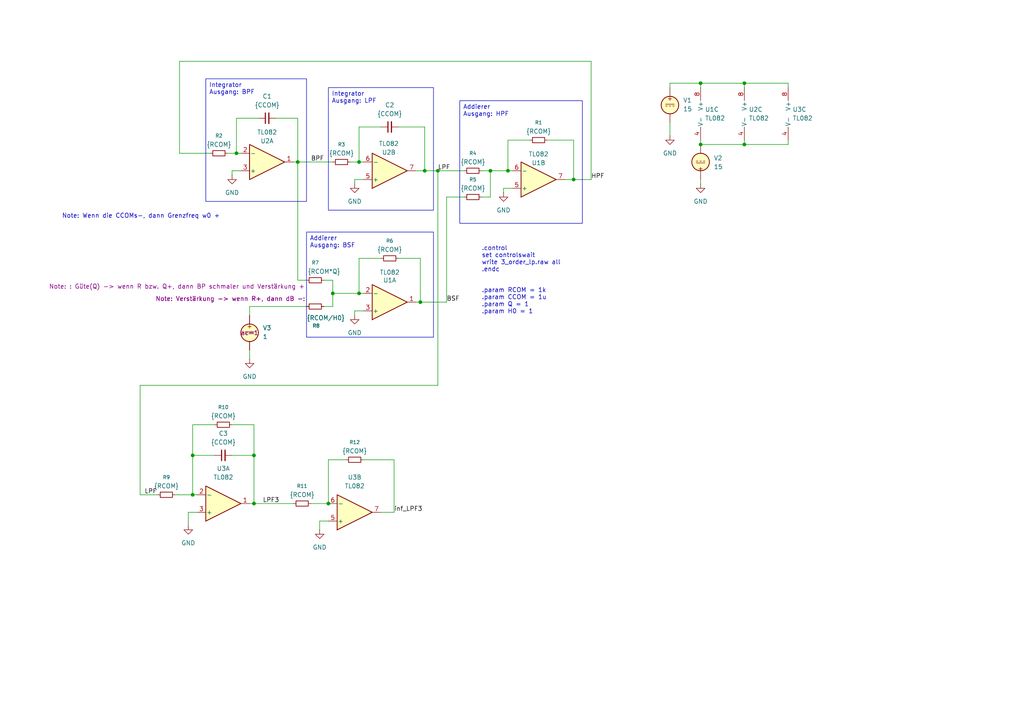
<source format=kicad_sch>
(kicad_sch
	(version 20250114)
	(generator "eeschema")
	(generator_version "9.0")
	(uuid "ef6db155-d464-4c0a-aa3b-eb246cc2c04e")
	(paper "A4")
	(lib_symbols
		(symbol "Amplifier_Operational:TL082"
			(pin_names
				(offset 0.127)
			)
			(exclude_from_sim no)
			(in_bom yes)
			(on_board yes)
			(property "Reference" "U"
				(at 0 5.08 0)
				(effects
					(font
						(size 1.27 1.27)
					)
					(justify left)
				)
			)
			(property "Value" "TL082"
				(at 0 -5.08 0)
				(effects
					(font
						(size 1.27 1.27)
					)
					(justify left)
				)
			)
			(property "Footprint" ""
				(at 0 0 0)
				(effects
					(font
						(size 1.27 1.27)
					)
					(hide yes)
				)
			)
			(property "Datasheet" "http://www.ti.com/lit/ds/symlink/tl081.pdf"
				(at 0 0 0)
				(effects
					(font
						(size 1.27 1.27)
					)
					(hide yes)
				)
			)
			(property "Description" "Dual JFET-Input Operational Amplifiers, DIP-8/SOIC-8/SSOP-8"
				(at 0 0 0)
				(effects
					(font
						(size 1.27 1.27)
					)
					(hide yes)
				)
			)
			(property "ki_locked" ""
				(at 0 0 0)
				(effects
					(font
						(size 1.27 1.27)
					)
				)
			)
			(property "ki_keywords" "dual opamp"
				(at 0 0 0)
				(effects
					(font
						(size 1.27 1.27)
					)
					(hide yes)
				)
			)
			(property "ki_fp_filters" "SOIC*3.9x4.9mm*P1.27mm* DIP*W7.62mm* TO*99* OnSemi*Micro8* TSSOP*3x3mm*P0.65mm* TSSOP*4.4x3mm*P0.65mm* MSOP*3x3mm*P0.65mm* SSOP*3.9x4.9mm*P0.635mm* LFCSP*2x2mm*P0.5mm* *SIP* SOIC*5.3x6.2mm*P1.27mm*"
				(at 0 0 0)
				(effects
					(font
						(size 1.27 1.27)
					)
					(hide yes)
				)
			)
			(symbol "TL082_1_1"
				(polyline
					(pts
						(xy -5.08 5.08) (xy 5.08 0) (xy -5.08 -5.08) (xy -5.08 5.08)
					)
					(stroke
						(width 0.254)
						(type default)
					)
					(fill
						(type background)
					)
				)
				(pin input line
					(at -7.62 2.54 0)
					(length 2.54)
					(name "+"
						(effects
							(font
								(size 1.27 1.27)
							)
						)
					)
					(number "3"
						(effects
							(font
								(size 1.27 1.27)
							)
						)
					)
				)
				(pin input line
					(at -7.62 -2.54 0)
					(length 2.54)
					(name "-"
						(effects
							(font
								(size 1.27 1.27)
							)
						)
					)
					(number "2"
						(effects
							(font
								(size 1.27 1.27)
							)
						)
					)
				)
				(pin output line
					(at 7.62 0 180)
					(length 2.54)
					(name "~"
						(effects
							(font
								(size 1.27 1.27)
							)
						)
					)
					(number "1"
						(effects
							(font
								(size 1.27 1.27)
							)
						)
					)
				)
			)
			(symbol "TL082_2_1"
				(polyline
					(pts
						(xy -5.08 5.08) (xy 5.08 0) (xy -5.08 -5.08) (xy -5.08 5.08)
					)
					(stroke
						(width 0.254)
						(type default)
					)
					(fill
						(type background)
					)
				)
				(pin input line
					(at -7.62 2.54 0)
					(length 2.54)
					(name "+"
						(effects
							(font
								(size 1.27 1.27)
							)
						)
					)
					(number "5"
						(effects
							(font
								(size 1.27 1.27)
							)
						)
					)
				)
				(pin input line
					(at -7.62 -2.54 0)
					(length 2.54)
					(name "-"
						(effects
							(font
								(size 1.27 1.27)
							)
						)
					)
					(number "6"
						(effects
							(font
								(size 1.27 1.27)
							)
						)
					)
				)
				(pin output line
					(at 7.62 0 180)
					(length 2.54)
					(name "~"
						(effects
							(font
								(size 1.27 1.27)
							)
						)
					)
					(number "7"
						(effects
							(font
								(size 1.27 1.27)
							)
						)
					)
				)
			)
			(symbol "TL082_3_1"
				(pin power_in line
					(at -2.54 7.62 270)
					(length 3.81)
					(name "V+"
						(effects
							(font
								(size 1.27 1.27)
							)
						)
					)
					(number "8"
						(effects
							(font
								(size 1.27 1.27)
							)
						)
					)
				)
				(pin power_in line
					(at -2.54 -7.62 90)
					(length 3.81)
					(name "V-"
						(effects
							(font
								(size 1.27 1.27)
							)
						)
					)
					(number "4"
						(effects
							(font
								(size 1.27 1.27)
							)
						)
					)
				)
			)
			(embedded_fonts no)
		)
		(symbol "Device:C_Small"
			(pin_numbers
				(hide yes)
			)
			(pin_names
				(offset 0.254)
				(hide yes)
			)
			(exclude_from_sim no)
			(in_bom yes)
			(on_board yes)
			(property "Reference" "C"
				(at 0.254 1.778 0)
				(effects
					(font
						(size 1.27 1.27)
					)
					(justify left)
				)
			)
			(property "Value" "C_Small"
				(at 0.254 -2.032 0)
				(effects
					(font
						(size 1.27 1.27)
					)
					(justify left)
				)
			)
			(property "Footprint" ""
				(at 0 0 0)
				(effects
					(font
						(size 1.27 1.27)
					)
					(hide yes)
				)
			)
			(property "Datasheet" "~"
				(at 0 0 0)
				(effects
					(font
						(size 1.27 1.27)
					)
					(hide yes)
				)
			)
			(property "Description" "Unpolarized capacitor, small symbol"
				(at 0 0 0)
				(effects
					(font
						(size 1.27 1.27)
					)
					(hide yes)
				)
			)
			(property "ki_keywords" "capacitor cap"
				(at 0 0 0)
				(effects
					(font
						(size 1.27 1.27)
					)
					(hide yes)
				)
			)
			(property "ki_fp_filters" "C_*"
				(at 0 0 0)
				(effects
					(font
						(size 1.27 1.27)
					)
					(hide yes)
				)
			)
			(symbol "C_Small_0_1"
				(polyline
					(pts
						(xy -1.524 0.508) (xy 1.524 0.508)
					)
					(stroke
						(width 0.3048)
						(type default)
					)
					(fill
						(type none)
					)
				)
				(polyline
					(pts
						(xy -1.524 -0.508) (xy 1.524 -0.508)
					)
					(stroke
						(width 0.3302)
						(type default)
					)
					(fill
						(type none)
					)
				)
			)
			(symbol "C_Small_1_1"
				(pin passive line
					(at 0 2.54 270)
					(length 2.032)
					(name "~"
						(effects
							(font
								(size 1.27 1.27)
							)
						)
					)
					(number "1"
						(effects
							(font
								(size 1.27 1.27)
							)
						)
					)
				)
				(pin passive line
					(at 0 -2.54 90)
					(length 2.032)
					(name "~"
						(effects
							(font
								(size 1.27 1.27)
							)
						)
					)
					(number "2"
						(effects
							(font
								(size 1.27 1.27)
							)
						)
					)
				)
			)
			(embedded_fonts no)
		)
		(symbol "Device:R_Small"
			(pin_numbers
				(hide yes)
			)
			(pin_names
				(offset 0.254)
				(hide yes)
			)
			(exclude_from_sim no)
			(in_bom yes)
			(on_board yes)
			(property "Reference" "R"
				(at 0 0 90)
				(effects
					(font
						(size 1.016 1.016)
					)
				)
			)
			(property "Value" "R_Small"
				(at 1.778 0 90)
				(effects
					(font
						(size 1.27 1.27)
					)
				)
			)
			(property "Footprint" ""
				(at 0 0 0)
				(effects
					(font
						(size 1.27 1.27)
					)
					(hide yes)
				)
			)
			(property "Datasheet" "~"
				(at 0 0 0)
				(effects
					(font
						(size 1.27 1.27)
					)
					(hide yes)
				)
			)
			(property "Description" "Resistor, small symbol"
				(at 0 0 0)
				(effects
					(font
						(size 1.27 1.27)
					)
					(hide yes)
				)
			)
			(property "ki_keywords" "R resistor"
				(at 0 0 0)
				(effects
					(font
						(size 1.27 1.27)
					)
					(hide yes)
				)
			)
			(property "ki_fp_filters" "R_*"
				(at 0 0 0)
				(effects
					(font
						(size 1.27 1.27)
					)
					(hide yes)
				)
			)
			(symbol "R_Small_0_1"
				(rectangle
					(start -0.762 1.778)
					(end 0.762 -1.778)
					(stroke
						(width 0.2032)
						(type default)
					)
					(fill
						(type none)
					)
				)
			)
			(symbol "R_Small_1_1"
				(pin passive line
					(at 0 2.54 270)
					(length 0.762)
					(name "~"
						(effects
							(font
								(size 1.27 1.27)
							)
						)
					)
					(number "1"
						(effects
							(font
								(size 1.27 1.27)
							)
						)
					)
				)
				(pin passive line
					(at 0 -2.54 90)
					(length 0.762)
					(name "~"
						(effects
							(font
								(size 1.27 1.27)
							)
						)
					)
					(number "2"
						(effects
							(font
								(size 1.27 1.27)
							)
						)
					)
				)
			)
			(embedded_fonts no)
		)
		(symbol "Simulation_SPICE:VDC"
			(pin_numbers
				(hide yes)
			)
			(pin_names
				(offset 0.0254)
			)
			(exclude_from_sim no)
			(in_bom yes)
			(on_board yes)
			(property "Reference" "V"
				(at 2.54 2.54 0)
				(effects
					(font
						(size 1.27 1.27)
					)
					(justify left)
				)
			)
			(property "Value" "1"
				(at 2.54 0 0)
				(effects
					(font
						(size 1.27 1.27)
					)
					(justify left)
				)
			)
			(property "Footprint" ""
				(at 0 0 0)
				(effects
					(font
						(size 1.27 1.27)
					)
					(hide yes)
				)
			)
			(property "Datasheet" "https://ngspice.sourceforge.io/docs/ngspice-html-manual/manual.xhtml#sec_Independent_Sources_for"
				(at 0 0 0)
				(effects
					(font
						(size 1.27 1.27)
					)
					(hide yes)
				)
			)
			(property "Description" "Voltage source, DC"
				(at 0 0 0)
				(effects
					(font
						(size 1.27 1.27)
					)
					(hide yes)
				)
			)
			(property "Sim.Pins" "1=+ 2=-"
				(at 0 0 0)
				(effects
					(font
						(size 1.27 1.27)
					)
					(hide yes)
				)
			)
			(property "Sim.Type" "DC"
				(at 0 0 0)
				(effects
					(font
						(size 1.27 1.27)
					)
					(hide yes)
				)
			)
			(property "Sim.Device" "V"
				(at 0 0 0)
				(effects
					(font
						(size 1.27 1.27)
					)
					(justify left)
					(hide yes)
				)
			)
			(property "ki_keywords" "simulation"
				(at 0 0 0)
				(effects
					(font
						(size 1.27 1.27)
					)
					(hide yes)
				)
			)
			(symbol "VDC_0_0"
				(polyline
					(pts
						(xy -1.27 0.254) (xy 1.27 0.254)
					)
					(stroke
						(width 0)
						(type default)
					)
					(fill
						(type none)
					)
				)
				(polyline
					(pts
						(xy -0.762 -0.254) (xy -1.27 -0.254)
					)
					(stroke
						(width 0)
						(type default)
					)
					(fill
						(type none)
					)
				)
				(polyline
					(pts
						(xy 0.254 -0.254) (xy -0.254 -0.254)
					)
					(stroke
						(width 0)
						(type default)
					)
					(fill
						(type none)
					)
				)
				(polyline
					(pts
						(xy 1.27 -0.254) (xy 0.762 -0.254)
					)
					(stroke
						(width 0)
						(type default)
					)
					(fill
						(type none)
					)
				)
				(text "+"
					(at 0 1.905 0)
					(effects
						(font
							(size 1.27 1.27)
						)
					)
				)
			)
			(symbol "VDC_0_1"
				(circle
					(center 0 0)
					(radius 2.54)
					(stroke
						(width 0.254)
						(type default)
					)
					(fill
						(type background)
					)
				)
			)
			(symbol "VDC_1_1"
				(pin passive line
					(at 0 5.08 270)
					(length 2.54)
					(name "~"
						(effects
							(font
								(size 1.27 1.27)
							)
						)
					)
					(number "1"
						(effects
							(font
								(size 1.27 1.27)
							)
						)
					)
				)
				(pin passive line
					(at 0 -5.08 90)
					(length 2.54)
					(name "~"
						(effects
							(font
								(size 1.27 1.27)
							)
						)
					)
					(number "2"
						(effects
							(font
								(size 1.27 1.27)
							)
						)
					)
				)
			)
			(embedded_fonts no)
		)
		(symbol "power:GND"
			(power)
			(pin_numbers
				(hide yes)
			)
			(pin_names
				(offset 0)
				(hide yes)
			)
			(exclude_from_sim no)
			(in_bom yes)
			(on_board yes)
			(property "Reference" "#PWR"
				(at 0 -6.35 0)
				(effects
					(font
						(size 1.27 1.27)
					)
					(hide yes)
				)
			)
			(property "Value" "GND"
				(at 0 -3.81 0)
				(effects
					(font
						(size 1.27 1.27)
					)
				)
			)
			(property "Footprint" ""
				(at 0 0 0)
				(effects
					(font
						(size 1.27 1.27)
					)
					(hide yes)
				)
			)
			(property "Datasheet" ""
				(at 0 0 0)
				(effects
					(font
						(size 1.27 1.27)
					)
					(hide yes)
				)
			)
			(property "Description" "Power symbol creates a global label with name \"GND\" , ground"
				(at 0 0 0)
				(effects
					(font
						(size 1.27 1.27)
					)
					(hide yes)
				)
			)
			(property "ki_keywords" "global power"
				(at 0 0 0)
				(effects
					(font
						(size 1.27 1.27)
					)
					(hide yes)
				)
			)
			(symbol "GND_0_1"
				(polyline
					(pts
						(xy 0 0) (xy 0 -1.27) (xy 1.27 -1.27) (xy 0 -2.54) (xy -1.27 -1.27) (xy 0 -1.27)
					)
					(stroke
						(width 0)
						(type default)
					)
					(fill
						(type none)
					)
				)
			)
			(symbol "GND_1_1"
				(pin power_in line
					(at 0 0 270)
					(length 0)
					(name "~"
						(effects
							(font
								(size 1.27 1.27)
							)
						)
					)
					(number "1"
						(effects
							(font
								(size 1.27 1.27)
							)
						)
					)
				)
			)
			(embedded_fonts no)
		)
	)
	(text ".control\nset controlswait\nwrite 3_order_lp.raw all\n.endc"
		(exclude_from_sim no)
		(at 139.7 75.184 0)
		(effects
			(font
				(size 1.27 1.27)
			)
			(justify left)
		)
		(uuid "3ed80432-9672-4265-b98d-e6fe23602a7b")
	)
	(text "Note: Wenn die CCOMs-, dann Grenzfreq w0 +"
		(exclude_from_sim no)
		(at 40.894 62.738 0)
		(effects
			(font
				(size 1.27 1.27)
			)
		)
		(uuid "61faa50c-41a0-4d9c-8b13-8ad37f621c0a")
	)
	(text ".param RCOM = 1k\n.param CCOM = 1u\n.param Q = 1\n.param H0 = 1"
		(exclude_from_sim no)
		(at 139.7 83.566 0)
		(effects
			(font
				(size 1.27 1.27)
			)
			(justify left top)
		)
		(uuid "cb55b1e7-0289-40fe-b711-c270da534e6f")
	)
	(text_box "Addierer\nAusgang: BSF\n"
		(exclude_from_sim no)
		(at 88.9 67.31 0)
		(size 36.83 30.48)
		(margins 0.9525 0.9525 0.9525 0.9525)
		(stroke
			(width 0)
			(type solid)
		)
		(fill
			(type none)
		)
		(effects
			(font
				(size 1.27 1.27)
			)
			(justify left top)
		)
		(uuid "3ae3e972-c20e-4007-b0db-36c12ef794d6")
	)
	(text_box "Integrator\nAusgang: LPF\n"
		(exclude_from_sim no)
		(at 95.25 25.4 0)
		(size 30.48 35.56)
		(margins 0.9525 0.9525 0.9525 0.9525)
		(stroke
			(width 0)
			(type solid)
		)
		(fill
			(type none)
		)
		(effects
			(font
				(size 1.27 1.27)
			)
			(justify left top)
		)
		(uuid "69fb2339-c5aa-40d4-aed4-e1ec6afde13e")
	)
	(text_box "Integrator\nAusgang: BPF\n"
		(exclude_from_sim no)
		(at 59.69 22.86 0)
		(size 29.21 35.56)
		(margins 0.9525 0.9525 0.9525 0.9525)
		(stroke
			(width 0)
			(type solid)
		)
		(fill
			(type none)
		)
		(effects
			(font
				(size 1.27 1.27)
			)
			(justify left top)
		)
		(uuid "9c2c9b96-7865-41dd-8716-3c0a66201e2f")
	)
	(text_box "Addierer\nAusgang: HPF\n"
		(exclude_from_sim no)
		(at 133.35 29.21 0)
		(size 35.56 35.56)
		(margins 0.9525 0.9525 0.9525 0.9525)
		(stroke
			(width 0)
			(type solid)
		)
		(fill
			(type none)
		)
		(effects
			(font
				(size 1.27 1.27)
			)
			(justify left top)
		)
		(uuid "e5e31b64-028d-4ac6-83d7-0b40d74e7081")
	)
	(junction
		(at 104.14 46.99)
		(diameter 0)
		(color 0 0 0 0)
		(uuid "03318fe3-06d0-4470-9727-a6ef0d76e2df")
	)
	(junction
		(at 215.9 24.13)
		(diameter 0)
		(color 0 0 0 0)
		(uuid "072d5a5a-3065-46ef-8030-b04374a0d20a")
	)
	(junction
		(at 166.37 52.07)
		(diameter 0)
		(color 0 0 0 0)
		(uuid "112c69b8-109f-432a-81f5-5f6b6124b511")
	)
	(junction
		(at 68.58 44.45)
		(diameter 0)
		(color 0 0 0 0)
		(uuid "420bd846-52da-4693-af78-c534baa9f53e")
	)
	(junction
		(at 215.9 41.91)
		(diameter 0)
		(color 0 0 0 0)
		(uuid "4d10e182-a3ed-4b4c-8f15-d3d82e727ad0")
	)
	(junction
		(at 73.66 146.05)
		(diameter 0)
		(color 0 0 0 0)
		(uuid "626d38d2-f4a9-4026-ae8a-534b54b41819")
	)
	(junction
		(at 123.19 49.53)
		(diameter 0)
		(color 0 0 0 0)
		(uuid "6fb83831-cf04-4173-95db-a3537ee0f962")
	)
	(junction
		(at 147.32 49.53)
		(diameter 0)
		(color 0 0 0 0)
		(uuid "784b4481-b79e-4c70-b3f8-2a7393ce3bdc")
	)
	(junction
		(at 121.92 87.63)
		(diameter 0)
		(color 0 0 0 0)
		(uuid "8dd2bdb1-4915-4741-9c1e-b6bcaaf79d2b")
	)
	(junction
		(at 127 49.53)
		(diameter 0)
		(color 0 0 0 0)
		(uuid "9c023bc3-da85-45c5-a60d-6fe3a6f1421b")
	)
	(junction
		(at 55.88 132.08)
		(diameter 0)
		(color 0 0 0 0)
		(uuid "a494026f-b8c8-48b7-af1e-6918df6870c8")
	)
	(junction
		(at 73.66 132.08)
		(diameter 0)
		(color 0 0 0 0)
		(uuid "b12cafd7-5f0d-4b74-8665-26fbfa0f89a1")
	)
	(junction
		(at 86.36 46.99)
		(diameter 0)
		(color 0 0 0 0)
		(uuid "b24e54ac-a0ad-4e40-8b58-419d1a39a46e")
	)
	(junction
		(at 96.52 85.09)
		(diameter 0)
		(color 0 0 0 0)
		(uuid "beeb0e75-ac5d-4d1a-aa8b-5e6e32ca6ef3")
	)
	(junction
		(at 203.2 41.91)
		(diameter 0)
		(color 0 0 0 0)
		(uuid "cf259c9a-e94a-49d5-8ca8-767d26b6928b")
	)
	(junction
		(at 55.88 143.51)
		(diameter 0)
		(color 0 0 0 0)
		(uuid "dd77898f-f093-4103-a7fc-5ad63bf0d474")
	)
	(junction
		(at 95.25 146.05)
		(diameter 0)
		(color 0 0 0 0)
		(uuid "e16406c7-033f-41c3-be1e-3720e73972c5")
	)
	(junction
		(at 104.14 85.09)
		(diameter 0)
		(color 0 0 0 0)
		(uuid "ecaecd23-ffe5-4f7b-9c24-c14a349b139c")
	)
	(junction
		(at 142.24 49.53)
		(diameter 0)
		(color 0 0 0 0)
		(uuid "ef0ede7c-a199-4034-9458-421a33fc4950")
	)
	(junction
		(at 203.2 24.13)
		(diameter 0)
		(color 0 0 0 0)
		(uuid "f0b3719f-0a9a-4824-9eea-2ff0e20a5999")
	)
	(wire
		(pts
			(xy 66.04 44.45) (xy 68.58 44.45)
		)
		(stroke
			(width 0)
			(type default)
		)
		(uuid "05619818-3348-40bd-b277-834bfd2387b6")
	)
	(wire
		(pts
			(xy 101.6 46.99) (xy 104.14 46.99)
		)
		(stroke
			(width 0)
			(type default)
		)
		(uuid "0683b0e8-ef7c-4e07-b203-f9c19a49c5ad")
	)
	(wire
		(pts
			(xy 215.9 40.64) (xy 215.9 41.91)
		)
		(stroke
			(width 0)
			(type default)
		)
		(uuid "084a1539-243b-4b60-9a71-96122fe39c5f")
	)
	(wire
		(pts
			(xy 62.23 123.19) (xy 55.88 123.19)
		)
		(stroke
			(width 0)
			(type default)
		)
		(uuid "0e736ec1-b331-43d3-a030-7871a75040ad")
	)
	(wire
		(pts
			(xy 142.24 57.15) (xy 139.7 57.15)
		)
		(stroke
			(width 0)
			(type default)
		)
		(uuid "114a55c8-359e-4bc6-95be-e8444331b9dc")
	)
	(wire
		(pts
			(xy 194.31 24.13) (xy 203.2 24.13)
		)
		(stroke
			(width 0)
			(type default)
		)
		(uuid "12e57c53-4142-4260-8f0f-6f0e04f9786e")
	)
	(wire
		(pts
			(xy 102.87 53.34) (xy 102.87 52.07)
		)
		(stroke
			(width 0)
			(type default)
		)
		(uuid "13bfc674-dcbc-4a85-973b-7ff69b7c7660")
	)
	(wire
		(pts
			(xy 96.52 88.9) (xy 96.52 85.09)
		)
		(stroke
			(width 0)
			(type default)
		)
		(uuid "152e9fbd-d049-47c4-a06e-5ef8e425a15b")
	)
	(wire
		(pts
			(xy 147.32 49.53) (xy 148.59 49.53)
		)
		(stroke
			(width 0)
			(type default)
		)
		(uuid "1922a5f2-c992-4f25-a6a3-76d191243fbe")
	)
	(wire
		(pts
			(xy 100.33 133.35) (xy 95.25 133.35)
		)
		(stroke
			(width 0)
			(type default)
		)
		(uuid "1cc432b9-684a-4905-b474-ebe529f9d7ce")
	)
	(wire
		(pts
			(xy 93.98 81.28) (xy 96.52 81.28)
		)
		(stroke
			(width 0)
			(type default)
		)
		(uuid "2c1d6da4-ebb1-445d-b2a2-f956a5595431")
	)
	(wire
		(pts
			(xy 54.61 148.59) (xy 54.61 152.4)
		)
		(stroke
			(width 0)
			(type default)
		)
		(uuid "2cba38e6-5f1e-4a90-ae98-153fd1e826a6")
	)
	(wire
		(pts
			(xy 57.15 148.59) (xy 54.61 148.59)
		)
		(stroke
			(width 0)
			(type default)
		)
		(uuid "2f5f89fa-3236-4baa-9188-148c812ae12d")
	)
	(wire
		(pts
			(xy 92.71 151.13) (xy 92.71 153.67)
		)
		(stroke
			(width 0)
			(type default)
		)
		(uuid "3070aa87-cc80-4220-af6a-ba5b8b6eee85")
	)
	(wire
		(pts
			(xy 215.9 25.4) (xy 215.9 24.13)
		)
		(stroke
			(width 0)
			(type default)
		)
		(uuid "31b36a84-7c1b-47b7-b068-da73f2ca5753")
	)
	(wire
		(pts
			(xy 72.39 88.9) (xy 72.39 91.44)
		)
		(stroke
			(width 0)
			(type default)
		)
		(uuid "328e0ec5-41a2-48f1-89fd-c4c6ef9c509d")
	)
	(wire
		(pts
			(xy 73.66 132.08) (xy 73.66 146.05)
		)
		(stroke
			(width 0)
			(type default)
		)
		(uuid "3355f5e8-4c78-4e29-bf49-410283f5dc8e")
	)
	(wire
		(pts
			(xy 142.24 49.53) (xy 147.32 49.53)
		)
		(stroke
			(width 0)
			(type default)
		)
		(uuid "33d389cb-37f6-4c48-90c8-94c19aee0719")
	)
	(wire
		(pts
			(xy 115.57 74.93) (xy 121.92 74.93)
		)
		(stroke
			(width 0)
			(type default)
		)
		(uuid "3536552c-264a-4789-914f-daa6dcec2fcf")
	)
	(wire
		(pts
			(xy 104.14 74.93) (xy 104.14 85.09)
		)
		(stroke
			(width 0)
			(type default)
		)
		(uuid "387bf691-2660-4c6d-a22a-1a078c722e95")
	)
	(wire
		(pts
			(xy 203.2 40.64) (xy 203.2 41.91)
		)
		(stroke
			(width 0)
			(type default)
		)
		(uuid "38a9ef75-e5ef-40b5-bafe-a7fac0aa5e81")
	)
	(wire
		(pts
			(xy 104.14 74.93) (xy 110.49 74.93)
		)
		(stroke
			(width 0)
			(type default)
		)
		(uuid "39a5db8a-e47e-4418-9533-088010512166")
	)
	(wire
		(pts
			(xy 228.6 24.13) (xy 215.9 24.13)
		)
		(stroke
			(width 0)
			(type default)
		)
		(uuid "412e57df-5cd3-4a3f-b8f4-9f66ae7e6189")
	)
	(wire
		(pts
			(xy 96.52 85.09) (xy 104.14 85.09)
		)
		(stroke
			(width 0)
			(type default)
		)
		(uuid "41510eb6-4ca9-4bc2-b606-bec0f84bbe5c")
	)
	(wire
		(pts
			(xy 127 49.53) (xy 134.62 49.53)
		)
		(stroke
			(width 0)
			(type default)
		)
		(uuid "427d9762-6941-4d7e-bea6-ea6572c33ff9")
	)
	(wire
		(pts
			(xy 95.25 133.35) (xy 95.25 146.05)
		)
		(stroke
			(width 0)
			(type default)
		)
		(uuid "48c5958b-84cf-42b8-b46e-e32e47514268")
	)
	(wire
		(pts
			(xy 40.64 143.51) (xy 45.72 143.51)
		)
		(stroke
			(width 0)
			(type default)
		)
		(uuid "49a83a6e-46a6-41a5-aa19-f408cfe3a37d")
	)
	(wire
		(pts
			(xy 86.36 46.99) (xy 96.52 46.99)
		)
		(stroke
			(width 0)
			(type default)
		)
		(uuid "4c437b6e-799c-4934-80a4-c7b40a6fc1f1")
	)
	(wire
		(pts
			(xy 67.31 132.08) (xy 73.66 132.08)
		)
		(stroke
			(width 0)
			(type default)
		)
		(uuid "4e36abc2-bfe3-4934-862a-8793f732421c")
	)
	(wire
		(pts
			(xy 120.65 49.53) (xy 123.19 49.53)
		)
		(stroke
			(width 0)
			(type default)
		)
		(uuid "4f1271d3-cdde-4d53-8d0e-126c95b9e5a4")
	)
	(wire
		(pts
			(xy 203.2 24.13) (xy 215.9 24.13)
		)
		(stroke
			(width 0)
			(type default)
		)
		(uuid "536d97dc-91f5-4ed6-9837-7c0043c25799")
	)
	(wire
		(pts
			(xy 158.75 40.64) (xy 166.37 40.64)
		)
		(stroke
			(width 0)
			(type default)
		)
		(uuid "55f490a2-995c-4654-8734-db21b3d18310")
	)
	(wire
		(pts
			(xy 146.05 55.88) (xy 146.05 54.61)
		)
		(stroke
			(width 0)
			(type default)
		)
		(uuid "5671b7cb-b502-4620-808f-c11fbbdc92ba")
	)
	(wire
		(pts
			(xy 129.54 57.15) (xy 129.54 87.63)
		)
		(stroke
			(width 0)
			(type default)
		)
		(uuid "57430f51-e365-48f2-b3f1-c54fc798d3c8")
	)
	(wire
		(pts
			(xy 67.31 123.19) (xy 73.66 123.19)
		)
		(stroke
			(width 0)
			(type default)
		)
		(uuid "584cf366-2107-4273-b0ce-edbb92777eca")
	)
	(wire
		(pts
			(xy 105.41 90.17) (xy 102.87 90.17)
		)
		(stroke
			(width 0)
			(type default)
		)
		(uuid "5b32a99c-c255-4e5d-9044-9227df346183")
	)
	(wire
		(pts
			(xy 68.58 34.29) (xy 68.58 44.45)
		)
		(stroke
			(width 0)
			(type default)
		)
		(uuid "5c183bbc-e662-4e88-b83f-7b2bdd2fb353")
	)
	(wire
		(pts
			(xy 166.37 52.07) (xy 163.83 52.07)
		)
		(stroke
			(width 0)
			(type default)
		)
		(uuid "651fed38-4b18-40f2-b235-0a6d565c3dbd")
	)
	(wire
		(pts
			(xy 86.36 34.29) (xy 86.36 46.99)
		)
		(stroke
			(width 0)
			(type default)
		)
		(uuid "6aa6b377-9d7b-4193-b311-54d0fb23db7c")
	)
	(wire
		(pts
			(xy 228.6 40.64) (xy 228.6 41.91)
		)
		(stroke
			(width 0)
			(type default)
		)
		(uuid "6d84dfe4-79af-4b2d-88b6-880b31fe6b25")
	)
	(wire
		(pts
			(xy 104.14 36.83) (xy 104.14 46.99)
		)
		(stroke
			(width 0)
			(type default)
		)
		(uuid "6e0c6d76-05ab-4e03-843a-96fd4602f326")
	)
	(wire
		(pts
			(xy 60.96 44.45) (xy 52.07 44.45)
		)
		(stroke
			(width 0)
			(type default)
		)
		(uuid "71a70e27-634f-4156-a054-98b0458dcf4d")
	)
	(wire
		(pts
			(xy 88.9 81.28) (xy 86.36 81.28)
		)
		(stroke
			(width 0)
			(type default)
		)
		(uuid "71e271fc-69b5-41fc-b8fb-052382fade10")
	)
	(wire
		(pts
			(xy 55.88 123.19) (xy 55.88 132.08)
		)
		(stroke
			(width 0)
			(type default)
		)
		(uuid "78bb4d86-ea71-45a2-846b-759f6fc38d50")
	)
	(wire
		(pts
			(xy 104.14 85.09) (xy 105.41 85.09)
		)
		(stroke
			(width 0)
			(type default)
		)
		(uuid "7f26a5f2-ba41-4286-ac27-34f5be2557e4")
	)
	(wire
		(pts
			(xy 171.45 17.78) (xy 171.45 52.07)
		)
		(stroke
			(width 0)
			(type default)
		)
		(uuid "80c979cc-aec7-45b2-8c86-e58524be2630")
	)
	(wire
		(pts
			(xy 85.09 46.99) (xy 86.36 46.99)
		)
		(stroke
			(width 0)
			(type default)
		)
		(uuid "82290c45-67ab-4f70-b43b-607c2fd7039e")
	)
	(wire
		(pts
			(xy 55.88 132.08) (xy 55.88 143.51)
		)
		(stroke
			(width 0)
			(type default)
		)
		(uuid "851f172e-c59a-4c6f-ac26-c8bbbd6b2087")
	)
	(wire
		(pts
			(xy 40.64 111.76) (xy 40.64 143.51)
		)
		(stroke
			(width 0)
			(type default)
		)
		(uuid "8575be82-f88f-4ac7-a3c4-4bf662842ec6")
	)
	(wire
		(pts
			(xy 67.31 50.8) (xy 67.31 49.53)
		)
		(stroke
			(width 0)
			(type default)
		)
		(uuid "86838500-5c96-4fa9-bcee-abb1d6861f04")
	)
	(wire
		(pts
			(xy 115.57 36.83) (xy 123.19 36.83)
		)
		(stroke
			(width 0)
			(type default)
		)
		(uuid "888eeda9-60aa-4edd-a180-8d438c8448ba")
	)
	(wire
		(pts
			(xy 228.6 25.4) (xy 228.6 24.13)
		)
		(stroke
			(width 0)
			(type default)
		)
		(uuid "8df8a054-bc3c-460a-a7d9-9f68fabc21ff")
	)
	(wire
		(pts
			(xy 123.19 49.53) (xy 127 49.53)
		)
		(stroke
			(width 0)
			(type default)
		)
		(uuid "8f558f2b-5bb4-4ef5-8df8-8b5cc1f9f4d1")
	)
	(wire
		(pts
			(xy 129.54 87.63) (xy 121.92 87.63)
		)
		(stroke
			(width 0)
			(type default)
		)
		(uuid "91d40063-900d-4b1a-a372-eab6d8d4086b")
	)
	(wire
		(pts
			(xy 147.32 40.64) (xy 147.32 49.53)
		)
		(stroke
			(width 0)
			(type default)
		)
		(uuid "91fe8e4f-6ce9-4271-80f0-9212455b605b")
	)
	(wire
		(pts
			(xy 194.31 35.56) (xy 194.31 39.37)
		)
		(stroke
			(width 0)
			(type default)
		)
		(uuid "932d6632-dafa-49e3-a9ce-bd8064ce3b10")
	)
	(wire
		(pts
			(xy 86.36 46.99) (xy 86.36 81.28)
		)
		(stroke
			(width 0)
			(type default)
		)
		(uuid "95386eb3-b86b-44b9-89cc-0941933f762e")
	)
	(wire
		(pts
			(xy 96.52 81.28) (xy 96.52 85.09)
		)
		(stroke
			(width 0)
			(type default)
		)
		(uuid "96e68b45-a6c8-441b-91fb-9930a05255ba")
	)
	(wire
		(pts
			(xy 73.66 123.19) (xy 73.66 132.08)
		)
		(stroke
			(width 0)
			(type default)
		)
		(uuid "9b5c2a62-246d-4a58-a425-01789ffa22ed")
	)
	(wire
		(pts
			(xy 123.19 36.83) (xy 123.19 49.53)
		)
		(stroke
			(width 0)
			(type default)
		)
		(uuid "9ec0727f-f5eb-4d43-ad21-cf051d0a26b4")
	)
	(wire
		(pts
			(xy 194.31 25.4) (xy 194.31 24.13)
		)
		(stroke
			(width 0)
			(type default)
		)
		(uuid "a9c2e5c4-096d-4992-9984-1fe87a6b2da6")
	)
	(wire
		(pts
			(xy 50.8 143.51) (xy 55.88 143.51)
		)
		(stroke
			(width 0)
			(type default)
		)
		(uuid "acb5d87c-98d0-4c1c-96e2-4b00ae6fab46")
	)
	(wire
		(pts
			(xy 142.24 57.15) (xy 142.24 49.53)
		)
		(stroke
			(width 0)
			(type default)
		)
		(uuid "af9c881e-8609-4810-99a1-aed81bf4da01")
	)
	(wire
		(pts
			(xy 114.3 148.59) (xy 110.49 148.59)
		)
		(stroke
			(width 0)
			(type default)
		)
		(uuid "b1c049fd-7eb1-4f8a-b088-c885bbb0bfdf")
	)
	(wire
		(pts
			(xy 74.93 34.29) (xy 68.58 34.29)
		)
		(stroke
			(width 0)
			(type default)
		)
		(uuid "b1e06247-8d64-492e-8528-c56d0de380e7")
	)
	(wire
		(pts
			(xy 121.92 87.63) (xy 120.65 87.63)
		)
		(stroke
			(width 0)
			(type default)
		)
		(uuid "b78de32a-0958-4384-ae01-dc2935853d62")
	)
	(wire
		(pts
			(xy 215.9 41.91) (xy 203.2 41.91)
		)
		(stroke
			(width 0)
			(type default)
		)
		(uuid "bea474c6-ae3c-4369-9837-1ca29cda304d")
	)
	(wire
		(pts
			(xy 139.7 49.53) (xy 142.24 49.53)
		)
		(stroke
			(width 0)
			(type default)
		)
		(uuid "c0fcd073-f493-41d1-a76d-a4b705b93421")
	)
	(wire
		(pts
			(xy 127 49.53) (xy 127 111.76)
		)
		(stroke
			(width 0)
			(type default)
		)
		(uuid "c503ee4e-3f87-469f-b256-cafef0291ee1")
	)
	(wire
		(pts
			(xy 68.58 44.45) (xy 69.85 44.45)
		)
		(stroke
			(width 0)
			(type default)
		)
		(uuid "c5decba4-90d9-4504-b31b-c7e73fe21dcb")
	)
	(wire
		(pts
			(xy 62.23 132.08) (xy 55.88 132.08)
		)
		(stroke
			(width 0)
			(type default)
		)
		(uuid "c6a75722-fa1a-4a67-9f78-697e27744183")
	)
	(wire
		(pts
			(xy 102.87 90.17) (xy 102.87 91.44)
		)
		(stroke
			(width 0)
			(type default)
		)
		(uuid "c8cd04b2-dab6-46c6-ac6b-6b086737a7bf")
	)
	(wire
		(pts
			(xy 93.98 88.9) (xy 96.52 88.9)
		)
		(stroke
			(width 0)
			(type default)
		)
		(uuid "c9079562-7fc1-415e-9c85-d9b7e854cccb")
	)
	(wire
		(pts
			(xy 129.54 57.15) (xy 134.62 57.15)
		)
		(stroke
			(width 0)
			(type default)
		)
		(uuid "ca313df6-a115-470c-b062-cdc28c2f6596")
	)
	(wire
		(pts
			(xy 88.9 88.9) (xy 72.39 88.9)
		)
		(stroke
			(width 0)
			(type default)
		)
		(uuid "ca780208-e243-45bb-8d06-89e2d370d7f9")
	)
	(wire
		(pts
			(xy 228.6 41.91) (xy 215.9 41.91)
		)
		(stroke
			(width 0)
			(type default)
		)
		(uuid "cafd4bcb-2160-4c79-97ca-00e105b17358")
	)
	(wire
		(pts
			(xy 102.87 52.07) (xy 105.41 52.07)
		)
		(stroke
			(width 0)
			(type default)
		)
		(uuid "ccef97c7-5f63-4ea7-92e8-1294ecb6d117")
	)
	(wire
		(pts
			(xy 104.14 46.99) (xy 105.41 46.99)
		)
		(stroke
			(width 0)
			(type default)
		)
		(uuid "d2a91008-cc7b-4467-8d48-bfe42d91f218")
	)
	(wire
		(pts
			(xy 146.05 54.61) (xy 148.59 54.61)
		)
		(stroke
			(width 0)
			(type default)
		)
		(uuid "d568c488-730a-4695-8ac7-80de9190e8b6")
	)
	(wire
		(pts
			(xy 67.31 49.53) (xy 69.85 49.53)
		)
		(stroke
			(width 0)
			(type default)
		)
		(uuid "d596275b-05ea-4535-9f96-32ea7c5fed0d")
	)
	(wire
		(pts
			(xy 72.39 101.6) (xy 72.39 104.14)
		)
		(stroke
			(width 0)
			(type default)
		)
		(uuid "d5e40e90-47e7-4789-a8d9-d9f3aa9bd230")
	)
	(wire
		(pts
			(xy 114.3 133.35) (xy 105.41 133.35)
		)
		(stroke
			(width 0)
			(type default)
		)
		(uuid "dae2390a-2d5e-4da3-adc1-808c922f5245")
	)
	(wire
		(pts
			(xy 121.92 87.63) (xy 121.92 74.93)
		)
		(stroke
			(width 0)
			(type default)
		)
		(uuid "dc834551-ac3b-40a7-9d87-0608c99ee31b")
	)
	(wire
		(pts
			(xy 80.01 34.29) (xy 86.36 34.29)
		)
		(stroke
			(width 0)
			(type default)
		)
		(uuid "df1cf139-6594-4fa6-bbf4-3dcb65f895af")
	)
	(wire
		(pts
			(xy 95.25 151.13) (xy 92.71 151.13)
		)
		(stroke
			(width 0)
			(type default)
		)
		(uuid "e1c87110-e8a9-4055-8eae-095270d5f421")
	)
	(wire
		(pts
			(xy 55.88 143.51) (xy 57.15 143.51)
		)
		(stroke
			(width 0)
			(type default)
		)
		(uuid "e3fee926-0bd7-426c-a127-279ab72e48cb")
	)
	(wire
		(pts
			(xy 166.37 40.64) (xy 166.37 52.07)
		)
		(stroke
			(width 0)
			(type default)
		)
		(uuid "e6a1a9b3-9c3e-4061-a51b-b3e69cbd5265")
	)
	(wire
		(pts
			(xy 40.64 111.76) (xy 127 111.76)
		)
		(stroke
			(width 0)
			(type default)
		)
		(uuid "e74d9b06-fc9c-484c-8172-66f560e34331")
	)
	(wire
		(pts
			(xy 73.66 146.05) (xy 85.09 146.05)
		)
		(stroke
			(width 0)
			(type default)
		)
		(uuid "eb6d0cb5-f316-41e6-827e-d2c27efb2326")
	)
	(wire
		(pts
			(xy 171.45 52.07) (xy 166.37 52.07)
		)
		(stroke
			(width 0)
			(type default)
		)
		(uuid "eb6dffa6-402e-4f10-a018-62703348e0f3")
	)
	(wire
		(pts
			(xy 90.17 146.05) (xy 95.25 146.05)
		)
		(stroke
			(width 0)
			(type default)
		)
		(uuid "ef7169e6-6d4f-44ea-9458-e245220b261e")
	)
	(wire
		(pts
			(xy 52.07 44.45) (xy 52.07 17.78)
		)
		(stroke
			(width 0)
			(type default)
		)
		(uuid "f07c654c-5341-4ed4-b924-297f6590172b")
	)
	(wire
		(pts
			(xy 52.07 17.78) (xy 171.45 17.78)
		)
		(stroke
			(width 0)
			(type default)
		)
		(uuid "f0bc58f4-beef-4078-b114-4335d23539b6")
	)
	(wire
		(pts
			(xy 153.67 40.64) (xy 147.32 40.64)
		)
		(stroke
			(width 0)
			(type default)
		)
		(uuid "f0d5f02a-cd28-4e67-80ce-d500d14f17ed")
	)
	(wire
		(pts
			(xy 203.2 24.13) (xy 203.2 25.4)
		)
		(stroke
			(width 0)
			(type default)
		)
		(uuid "f30be593-154a-4a28-b4c9-e4f3ab9f3435")
	)
	(wire
		(pts
			(xy 72.39 146.05) (xy 73.66 146.05)
		)
		(stroke
			(width 0)
			(type default)
		)
		(uuid "f38b7444-ac74-4921-8e48-16bf7ff61c4f")
	)
	(wire
		(pts
			(xy 104.14 36.83) (xy 110.49 36.83)
		)
		(stroke
			(width 0)
			(type default)
		)
		(uuid "f599948e-316f-47b0-8eb3-caf50706a1df")
	)
	(wire
		(pts
			(xy 114.3 148.59) (xy 114.3 133.35)
		)
		(stroke
			(width 0)
			(type default)
		)
		(uuid "fc0f4654-4844-4e39-a159-155a91870cfd")
	)
	(wire
		(pts
			(xy 203.2 53.34) (xy 203.2 52.07)
		)
		(stroke
			(width 0)
			(type default)
		)
		(uuid "fca2782f-8cfd-490e-8e68-58aef3274bb2")
	)
	(label "LPF"
		(at 41.91 143.51 0)
		(effects
			(font
				(size 1.27 1.27)
			)
			(justify left bottom)
		)
		(uuid "2deabc36-1d83-4b05-a798-15b710ec1b4f")
	)
	(label "BSF"
		(at 129.54 87.63 0)
		(effects
			(font
				(size 1.27 1.27)
			)
			(justify left bottom)
		)
		(uuid "770da090-3342-4c4e-a09e-5c84e7a40763")
	)
	(label "inf_LPF3"
		(at 114.3 148.59 0)
		(effects
			(font
				(size 1.27 1.27)
			)
			(justify left bottom)
		)
		(uuid "7865b55f-8113-4c65-8578-728db8479816")
	)
	(label "BPF"
		(at 90.17 46.99 0)
		(effects
			(font
				(size 1.27 1.27)
			)
			(justify left bottom)
		)
		(uuid "bd8a9828-c2c0-4f6e-a194-3277edfe3fbb")
	)
	(label "HPF"
		(at 171.45 52.07 0)
		(effects
			(font
				(size 1.27 1.27)
			)
			(justify left bottom)
		)
		(uuid "bfa0a18f-4f3b-432f-ae94-430c21bcd1ef")
	)
	(label "LPF"
		(at 127 49.53 0)
		(effects
			(font
				(size 1.27 1.27)
			)
			(justify left bottom)
		)
		(uuid "d6de6b48-dcea-4fb9-bbd1-34ff5d42eef6")
	)
	(label "LPF3"
		(at 76.2 146.05 0)
		(effects
			(font
				(size 1.27 1.27)
			)
			(justify left bottom)
		)
		(uuid "f4fad8c5-b2ca-4087-96ac-2648f7c96639")
	)
	(symbol
		(lib_id "Amplifier_Operational:TL082")
		(at 205.74 33.02 0)
		(unit 3)
		(exclude_from_sim no)
		(in_bom yes)
		(on_board yes)
		(dnp no)
		(fields_autoplaced yes)
		(uuid "05b1947a-1a8a-4ceb-b49f-9b2818383ceb")
		(property "Reference" "U1"
			(at 204.47 31.7499 0)
			(effects
				(font
					(size 1.27 1.27)
				)
				(justify left)
			)
		)
		(property "Value" "TL082"
			(at 204.47 34.2899 0)
			(effects
				(font
					(size 1.27 1.27)
				)
				(justify left)
			)
		)
		(property "Footprint" ""
			(at 205.74 33.02 0)
			(effects
				(font
					(size 1.27 1.27)
				)
				(hide yes)
			)
		)
		(property "Datasheet" "http://www.ti.com/lit/ds/symlink/tl081.pdf"
			(at 205.74 33.02 0)
			(effects
				(font
					(size 1.27 1.27)
				)
				(hide yes)
			)
		)
		(property "Description" "Dual JFET-Input Operational Amplifiers, DIP-8/SOIC-8/SSOP-8"
			(at 205.74 33.02 0)
			(effects
				(font
					(size 1.27 1.27)
				)
				(hide yes)
			)
		)
		(property "Sim.Library" "TL082-dual.lib"
			(at 205.74 33.02 0)
			(effects
				(font
					(size 1.27 1.27)
				)
				(hide yes)
			)
		)
		(property "Sim.Name" "TL082-dual"
			(at 205.74 33.02 0)
			(effects
				(font
					(size 1.27 1.27)
				)
				(hide yes)
			)
		)
		(property "Sim.Device" "SUBCKT"
			(at 205.74 33.02 0)
			(effects
				(font
					(size 1.27 1.27)
				)
				(hide yes)
			)
		)
		(property "Sim.Pins" "1=1out 2=1in- 3=1in+ 4=vcc- 5=2in+ 6=2in- 7=2out 8=vcc+"
			(at 205.74 33.02 0)
			(effects
				(font
					(size 1.27 1.27)
				)
				(hide yes)
			)
		)
		(pin "8"
			(uuid "7356882d-2ba2-4b72-8786-02e16cded893")
		)
		(pin "7"
			(uuid "6291ede3-b9ad-44f7-87d1-44cc733b5b10")
		)
		(pin "3"
			(uuid "0838f2f0-6908-47b4-a847-1e0aee184344")
		)
		(pin "6"
			(uuid "aa13d90e-3b43-49b3-bb51-4cf33c890865")
		)
		(pin "2"
			(uuid "d12a2eb4-7b10-4805-9cf7-86843c777309")
		)
		(pin "1"
			(uuid "27ba7d9e-c6f6-46e7-8df8-aae0b6a8f765")
		)
		(pin "5"
			(uuid "cf90d68f-af08-41bb-83a7-57258180dfa3")
		)
		(pin "4"
			(uuid "c1cfec70-6e74-4afa-836f-0ce92511616f")
		)
		(instances
			(project "3_order_lp"
				(path "/ef6db155-d464-4c0a-aa3b-eb246cc2c04e"
					(reference "U1")
					(unit 3)
				)
			)
		)
	)
	(symbol
		(lib_id "Device:R_Small")
		(at 63.5 44.45 90)
		(unit 1)
		(exclude_from_sim no)
		(in_bom yes)
		(on_board yes)
		(dnp no)
		(fields_autoplaced yes)
		(uuid "0f4fc7a1-3b0c-4484-8732-5382cb875fe4")
		(property "Reference" "R2"
			(at 63.5 39.37 90)
			(effects
				(font
					(size 1.016 1.016)
				)
			)
		)
		(property "Value" "{RCOM}"
			(at 63.5 41.91 90)
			(effects
				(font
					(size 1.27 1.27)
				)
			)
		)
		(property "Footprint" ""
			(at 63.5 44.45 0)
			(effects
				(font
					(size 1.27 1.27)
				)
				(hide yes)
			)
		)
		(property "Datasheet" "~"
			(at 63.5 44.45 0)
			(effects
				(font
					(size 1.27 1.27)
				)
				(hide yes)
			)
		)
		(property "Description" "Resistor, small symbol"
			(at 63.5 44.45 0)
			(effects
				(font
					(size 1.27 1.27)
				)
				(hide yes)
			)
		)
		(pin "2"
			(uuid "4c489b91-7929-43a3-9cd8-b6b767c2bca7")
		)
		(pin "1"
			(uuid "1518c42e-baa4-4e9f-be09-546125f185b7")
		)
		(instances
			(project "3_order_lp"
				(path "/ef6db155-d464-4c0a-aa3b-eb246cc2c04e"
					(reference "R2")
					(unit 1)
				)
			)
		)
	)
	(symbol
		(lib_id "Device:R_Small")
		(at 137.16 49.53 90)
		(unit 1)
		(exclude_from_sim no)
		(in_bom yes)
		(on_board yes)
		(dnp no)
		(fields_autoplaced yes)
		(uuid "21ef14f5-5ed8-477c-9fb5-41fca3223ed7")
		(property "Reference" "R4"
			(at 137.16 44.45 90)
			(effects
				(font
					(size 1.016 1.016)
				)
			)
		)
		(property "Value" "{RCOM}"
			(at 137.16 46.99 90)
			(effects
				(font
					(size 1.27 1.27)
				)
			)
		)
		(property "Footprint" ""
			(at 137.16 49.53 0)
			(effects
				(font
					(size 1.27 1.27)
				)
				(hide yes)
			)
		)
		(property "Datasheet" "~"
			(at 137.16 49.53 0)
			(effects
				(font
					(size 1.27 1.27)
				)
				(hide yes)
			)
		)
		(property "Description" "Resistor, small symbol"
			(at 137.16 49.53 0)
			(effects
				(font
					(size 1.27 1.27)
				)
				(hide yes)
			)
		)
		(pin "2"
			(uuid "76ea7210-c66c-4a77-83ca-7362fbd621de")
		)
		(pin "1"
			(uuid "4f5456af-0ea4-4a18-b873-5cb3f06315f0")
		)
		(instances
			(project "3_order_lp"
				(path "/ef6db155-d464-4c0a-aa3b-eb246cc2c04e"
					(reference "R4")
					(unit 1)
				)
			)
		)
	)
	(symbol
		(lib_id "Simulation_SPICE:VDC")
		(at 72.39 96.52 0)
		(unit 1)
		(exclude_from_sim no)
		(in_bom yes)
		(on_board yes)
		(dnp no)
		(fields_autoplaced yes)
		(uuid "26e32207-a2c8-4aac-a4d0-32d26ba86fe3")
		(property "Reference" "V3"
			(at 76.2 95.1201 0)
			(effects
				(font
					(size 1.27 1.27)
				)
				(justify left)
			)
		)
		(property "Value" "1"
			(at 76.2 97.6601 0)
			(effects
				(font
					(size 1.27 1.27)
				)
				(justify left)
			)
		)
		(property "Footprint" ""
			(at 72.39 96.52 0)
			(effects
				(font
					(size 1.27 1.27)
				)
				(hide yes)
			)
		)
		(property "Datasheet" "https://ngspice.sourceforge.io/docs/ngspice-html-manual/manual.xhtml#sec_Independent_Sources_for"
			(at 72.39 96.52 0)
			(effects
				(font
					(size 1.27 1.27)
				)
				(hide yes)
			)
		)
		(property "Description" "Voltage source, DC"
			(at 72.39 96.52 0)
			(effects
				(font
					(size 1.27 1.27)
				)
				(hide yes)
			)
		)
		(property "Sim.Pins" "1=+ 2=-"
			(at 72.39 96.52 0)
			(effects
				(font
					(size 1.27 1.27)
				)
				(hide yes)
			)
		)
		(property "Sim.Type" "DC"
			(at 72.39 96.52 0)
			(effects
				(font
					(size 1.27 1.27)
				)
				(hide yes)
			)
		)
		(property "Sim.Device" "V"
			(at 72.39 96.52 0)
			(effects
				(font
					(size 1.27 1.27)
				)
				(justify left)
				(hide yes)
			)
		)
		(property "Sim.Params" "ac=1"
			(at 72.39 96.52 0)
			(effects
				(font
					(size 1.27 1.27)
				)
			)
		)
		(pin "2"
			(uuid "9c15fb10-6156-4b55-9b4c-d90c2794ec22")
		)
		(pin "1"
			(uuid "aae3fa3f-512d-48a5-ae14-a475274d3086")
		)
		(instances
			(project "3_order_lp"
				(path "/ef6db155-d464-4c0a-aa3b-eb246cc2c04e"
					(reference "V3")
					(unit 1)
				)
			)
		)
	)
	(symbol
		(lib_id "Device:R_Small")
		(at 48.26 143.51 90)
		(unit 1)
		(exclude_from_sim no)
		(in_bom yes)
		(on_board yes)
		(dnp no)
		(fields_autoplaced yes)
		(uuid "3186a871-b719-4ab2-b7d8-82d4a37d7808")
		(property "Reference" "R9"
			(at 48.26 138.43 90)
			(effects
				(font
					(size 1.016 1.016)
				)
			)
		)
		(property "Value" "{RCOM}"
			(at 48.26 140.97 90)
			(effects
				(font
					(size 1.27 1.27)
				)
			)
		)
		(property "Footprint" ""
			(at 48.26 143.51 0)
			(effects
				(font
					(size 1.27 1.27)
				)
				(hide yes)
			)
		)
		(property "Datasheet" "~"
			(at 48.26 143.51 0)
			(effects
				(font
					(size 1.27 1.27)
				)
				(hide yes)
			)
		)
		(property "Description" "Resistor, small symbol"
			(at 48.26 143.51 0)
			(effects
				(font
					(size 1.27 1.27)
				)
				(hide yes)
			)
		)
		(pin "2"
			(uuid "56a87b7d-699a-4990-9a95-78487f0aca74")
		)
		(pin "1"
			(uuid "c5490dde-6b17-4409-a1f5-557652ac737b")
		)
		(instances
			(project "3_order_lp"
				(path "/ef6db155-d464-4c0a-aa3b-eb246cc2c04e"
					(reference "R9")
					(unit 1)
				)
			)
		)
	)
	(symbol
		(lib_id "power:GND")
		(at 146.05 55.88 0)
		(unit 1)
		(exclude_from_sim no)
		(in_bom yes)
		(on_board yes)
		(dnp no)
		(fields_autoplaced yes)
		(uuid "33d18916-e421-41e2-a4af-60d6720f317b")
		(property "Reference" "#PWR04"
			(at 146.05 62.23 0)
			(effects
				(font
					(size 1.27 1.27)
				)
				(hide yes)
			)
		)
		(property "Value" "GND"
			(at 146.05 60.96 0)
			(effects
				(font
					(size 1.27 1.27)
				)
			)
		)
		(property "Footprint" ""
			(at 146.05 55.88 0)
			(effects
				(font
					(size 1.27 1.27)
				)
				(hide yes)
			)
		)
		(property "Datasheet" ""
			(at 146.05 55.88 0)
			(effects
				(font
					(size 1.27 1.27)
				)
				(hide yes)
			)
		)
		(property "Description" "Power symbol creates a global label with name \"GND\" , ground"
			(at 146.05 55.88 0)
			(effects
				(font
					(size 1.27 1.27)
				)
				(hide yes)
			)
		)
		(pin "1"
			(uuid "18495d23-238b-4242-90ec-7d76e6958d63")
		)
		(instances
			(project "3_order_lp"
				(path "/ef6db155-d464-4c0a-aa3b-eb246cc2c04e"
					(reference "#PWR04")
					(unit 1)
				)
			)
		)
	)
	(symbol
		(lib_id "Amplifier_Operational:TL082")
		(at 64.77 146.05 0)
		(mirror x)
		(unit 1)
		(exclude_from_sim no)
		(in_bom yes)
		(on_board yes)
		(dnp no)
		(fields_autoplaced yes)
		(uuid "4aca3a75-9008-44f8-88d6-2b62038349dd")
		(property "Reference" "U3"
			(at 64.77 135.89 0)
			(effects
				(font
					(size 1.27 1.27)
				)
			)
		)
		(property "Value" "TL082"
			(at 64.77 138.43 0)
			(effects
				(font
					(size 1.27 1.27)
				)
			)
		)
		(property "Footprint" ""
			(at 64.77 146.05 0)
			(effects
				(font
					(size 1.27 1.27)
				)
				(hide yes)
			)
		)
		(property "Datasheet" "http://www.ti.com/lit/ds/symlink/tl081.pdf"
			(at 64.77 146.05 0)
			(effects
				(font
					(size 1.27 1.27)
				)
				(hide yes)
			)
		)
		(property "Description" "Dual JFET-Input Operational Amplifiers, DIP-8/SOIC-8/SSOP-8"
			(at 64.77 146.05 0)
			(effects
				(font
					(size 1.27 1.27)
				)
				(hide yes)
			)
		)
		(property "Sim.Library" "TL082-dual.lib"
			(at 64.77 146.05 0)
			(effects
				(font
					(size 1.27 1.27)
				)
				(hide yes)
			)
		)
		(property "Sim.Name" "TL082-dual"
			(at 64.77 146.05 0)
			(effects
				(font
					(size 1.27 1.27)
				)
				(hide yes)
			)
		)
		(property "Sim.Device" "SUBCKT"
			(at 64.77 146.05 0)
			(effects
				(font
					(size 1.27 1.27)
				)
				(hide yes)
			)
		)
		(property "Sim.Pins" "1=1out 2=1in- 3=1in+ 4=vcc- 5=2in+ 6=2in- 7=2out 8=vcc+"
			(at 64.77 146.05 0)
			(effects
				(font
					(size 1.27 1.27)
				)
				(hide yes)
			)
		)
		(pin "5"
			(uuid "f92ed4d9-42c4-4a61-a4e7-0f8981f4eab8")
		)
		(pin "1"
			(uuid "cbfdf5dc-7238-4900-898d-41660097c46b")
		)
		(pin "4"
			(uuid "3fc2e497-7c37-47ff-8820-a2a8dfbae0e2")
		)
		(pin "7"
			(uuid "773db60d-3a6f-4443-9d95-417d0cbbaab0")
		)
		(pin "3"
			(uuid "57181270-2df9-4cdb-8fb4-07d8aea5c4bc")
		)
		(pin "8"
			(uuid "d4b2f724-4eee-4c7f-9845-9af96b27710b")
		)
		(pin "6"
			(uuid "8df9d163-6330-466b-a715-8f729420571c")
		)
		(pin "2"
			(uuid "a05bb427-fc2d-4b24-a480-ad073baeed72")
		)
		(instances
			(project ""
				(path "/ef6db155-d464-4c0a-aa3b-eb246cc2c04e"
					(reference "U3")
					(unit 1)
				)
			)
		)
	)
	(symbol
		(lib_id "Device:R_Small")
		(at 64.77 123.19 90)
		(unit 1)
		(exclude_from_sim no)
		(in_bom yes)
		(on_board yes)
		(dnp no)
		(fields_autoplaced yes)
		(uuid "595c6688-d7f1-47d0-b4ad-48359ec70a2f")
		(property "Reference" "R10"
			(at 64.77 118.11 90)
			(effects
				(font
					(size 1.016 1.016)
				)
			)
		)
		(property "Value" "{RCOM}"
			(at 64.77 120.65 90)
			(effects
				(font
					(size 1.27 1.27)
				)
			)
		)
		(property "Footprint" ""
			(at 64.77 123.19 0)
			(effects
				(font
					(size 1.27 1.27)
				)
				(hide yes)
			)
		)
		(property "Datasheet" "~"
			(at 64.77 123.19 0)
			(effects
				(font
					(size 1.27 1.27)
				)
				(hide yes)
			)
		)
		(property "Description" "Resistor, small symbol"
			(at 64.77 123.19 0)
			(effects
				(font
					(size 1.27 1.27)
				)
				(hide yes)
			)
		)
		(pin "2"
			(uuid "9a065338-11b1-4c94-812b-8ed5d45a10b9")
		)
		(pin "1"
			(uuid "6c1410f6-3cc1-4b2d-8225-be8ccbc1a1c3")
		)
		(instances
			(project "3_order_lp"
				(path "/ef6db155-d464-4c0a-aa3b-eb246cc2c04e"
					(reference "R10")
					(unit 1)
				)
			)
		)
	)
	(symbol
		(lib_id "power:GND")
		(at 203.2 53.34 0)
		(unit 1)
		(exclude_from_sim no)
		(in_bom yes)
		(on_board yes)
		(dnp no)
		(fields_autoplaced yes)
		(uuid "5f1479d7-3f51-44e5-bd1b-4fc760176c2d")
		(property "Reference" "#PWR05"
			(at 203.2 59.69 0)
			(effects
				(font
					(size 1.27 1.27)
				)
				(hide yes)
			)
		)
		(property "Value" "GND"
			(at 203.2 58.42 0)
			(effects
				(font
					(size 1.27 1.27)
				)
			)
		)
		(property "Footprint" ""
			(at 203.2 53.34 0)
			(effects
				(font
					(size 1.27 1.27)
				)
				(hide yes)
			)
		)
		(property "Datasheet" ""
			(at 203.2 53.34 0)
			(effects
				(font
					(size 1.27 1.27)
				)
				(hide yes)
			)
		)
		(property "Description" "Power symbol creates a global label with name \"GND\" , ground"
			(at 203.2 53.34 0)
			(effects
				(font
					(size 1.27 1.27)
				)
				(hide yes)
			)
		)
		(pin "1"
			(uuid "28cab75d-0086-485b-b6cc-8e83771e9dc4")
		)
		(instances
			(project "3_order_lp"
				(path "/ef6db155-d464-4c0a-aa3b-eb246cc2c04e"
					(reference "#PWR05")
					(unit 1)
				)
			)
		)
	)
	(symbol
		(lib_id "Device:C_Small")
		(at 77.47 34.29 90)
		(unit 1)
		(exclude_from_sim no)
		(in_bom yes)
		(on_board yes)
		(dnp no)
		(fields_autoplaced yes)
		(uuid "61432b2b-8da3-47fe-b8c6-0305b2b62cbb")
		(property "Reference" "C1"
			(at 77.4763 27.94 90)
			(effects
				(font
					(size 1.27 1.27)
				)
			)
		)
		(property "Value" "{CCOM}"
			(at 77.4763 30.48 90)
			(effects
				(font
					(size 1.27 1.27)
				)
			)
		)
		(property "Footprint" ""
			(at 77.47 34.29 0)
			(effects
				(font
					(size 1.27 1.27)
				)
				(hide yes)
			)
		)
		(property "Datasheet" "~"
			(at 77.47 34.29 0)
			(effects
				(font
					(size 1.27 1.27)
				)
				(hide yes)
			)
		)
		(property "Description" "Unpolarized capacitor, small symbol"
			(at 77.47 34.29 0)
			(effects
				(font
					(size 1.27 1.27)
				)
				(hide yes)
			)
		)
		(pin "1"
			(uuid "77dfa1dc-c248-4330-b891-79a8ed2b6f96")
		)
		(pin "2"
			(uuid "8afb2df2-0d70-4b84-8838-f67432c6b411")
		)
		(instances
			(project "3_order_lp"
				(path "/ef6db155-d464-4c0a-aa3b-eb246cc2c04e"
					(reference "C1")
					(unit 1)
				)
			)
		)
	)
	(symbol
		(lib_id "Simulation_SPICE:VDC")
		(at 203.2 46.99 180)
		(unit 1)
		(exclude_from_sim no)
		(in_bom yes)
		(on_board yes)
		(dnp no)
		(fields_autoplaced yes)
		(uuid "6508b4bb-29fa-4862-b734-dbc87fe1591c")
		(property "Reference" "V2"
			(at 207.01 45.8497 0)
			(effects
				(font
					(size 1.27 1.27)
				)
				(justify right)
			)
		)
		(property "Value" "15"
			(at 207.01 48.3897 0)
			(effects
				(font
					(size 1.27 1.27)
				)
				(justify right)
			)
		)
		(property "Footprint" ""
			(at 203.2 46.99 0)
			(effects
				(font
					(size 1.27 1.27)
				)
				(hide yes)
			)
		)
		(property "Datasheet" "https://ngspice.sourceforge.io/docs/ngspice-html-manual/manual.xhtml#sec_Independent_Sources_for"
			(at 203.2 46.99 0)
			(effects
				(font
					(size 1.27 1.27)
				)
				(hide yes)
			)
		)
		(property "Description" "Voltage source, DC"
			(at 203.2 46.99 0)
			(effects
				(font
					(size 1.27 1.27)
				)
				(hide yes)
			)
		)
		(property "Sim.Pins" "1=+ 2=-"
			(at 203.2 46.99 0)
			(effects
				(font
					(size 1.27 1.27)
				)
				(hide yes)
			)
		)
		(property "Sim.Type" "DC"
			(at 203.2 46.99 0)
			(effects
				(font
					(size 1.27 1.27)
				)
				(hide yes)
			)
		)
		(property "Sim.Device" "V"
			(at 203.2 46.99 0)
			(effects
				(font
					(size 1.27 1.27)
				)
				(justify left)
				(hide yes)
			)
		)
		(pin "1"
			(uuid "cfd03eb8-f251-4a79-a624-193f05e35486")
		)
		(pin "2"
			(uuid "f4cdab1e-59b9-414e-b4b9-519fd21c4f2b")
		)
		(instances
			(project "3_order_lp"
				(path "/ef6db155-d464-4c0a-aa3b-eb246cc2c04e"
					(reference "V2")
					(unit 1)
				)
			)
		)
	)
	(symbol
		(lib_id "power:GND")
		(at 102.87 91.44 0)
		(unit 1)
		(exclude_from_sim no)
		(in_bom yes)
		(on_board yes)
		(dnp no)
		(fields_autoplaced yes)
		(uuid "758d0c36-ba52-4507-9276-4f867d5954be")
		(property "Reference" "#PWR06"
			(at 102.87 97.79 0)
			(effects
				(font
					(size 1.27 1.27)
				)
				(hide yes)
			)
		)
		(property "Value" "GND"
			(at 102.87 96.52 0)
			(effects
				(font
					(size 1.27 1.27)
				)
			)
		)
		(property "Footprint" ""
			(at 102.87 91.44 0)
			(effects
				(font
					(size 1.27 1.27)
				)
				(hide yes)
			)
		)
		(property "Datasheet" ""
			(at 102.87 91.44 0)
			(effects
				(font
					(size 1.27 1.27)
				)
				(hide yes)
			)
		)
		(property "Description" "Power symbol creates a global label with name \"GND\" , ground"
			(at 102.87 91.44 0)
			(effects
				(font
					(size 1.27 1.27)
				)
				(hide yes)
			)
		)
		(pin "1"
			(uuid "040f3ab4-f91e-4f32-92c8-f7499fbfb09b")
		)
		(instances
			(project "3_order_lp"
				(path "/ef6db155-d464-4c0a-aa3b-eb246cc2c04e"
					(reference "#PWR06")
					(unit 1)
				)
			)
		)
	)
	(symbol
		(lib_id "Device:R_Small")
		(at 87.63 146.05 90)
		(unit 1)
		(exclude_from_sim no)
		(in_bom yes)
		(on_board yes)
		(dnp no)
		(fields_autoplaced yes)
		(uuid "76ca9059-0860-4e7e-8236-a7fd95a49169")
		(property "Reference" "R11"
			(at 87.63 140.97 90)
			(effects
				(font
					(size 1.016 1.016)
				)
			)
		)
		(property "Value" "{RCOM}"
			(at 87.63 143.51 90)
			(effects
				(font
					(size 1.27 1.27)
				)
			)
		)
		(property "Footprint" ""
			(at 87.63 146.05 0)
			(effects
				(font
					(size 1.27 1.27)
				)
				(hide yes)
			)
		)
		(property "Datasheet" "~"
			(at 87.63 146.05 0)
			(effects
				(font
					(size 1.27 1.27)
				)
				(hide yes)
			)
		)
		(property "Description" "Resistor, small symbol"
			(at 87.63 146.05 0)
			(effects
				(font
					(size 1.27 1.27)
				)
				(hide yes)
			)
		)
		(pin "2"
			(uuid "45467fdc-029b-4a23-be7c-ff541763226d")
		)
		(pin "1"
			(uuid "355a3350-4d2b-445b-acab-5b11f31467f8")
		)
		(instances
			(project "3_order_lp"
				(path "/ef6db155-d464-4c0a-aa3b-eb246cc2c04e"
					(reference "R11")
					(unit 1)
				)
			)
		)
	)
	(symbol
		(lib_id "Amplifier_Operational:TL082")
		(at 231.14 33.02 0)
		(unit 3)
		(exclude_from_sim no)
		(in_bom yes)
		(on_board yes)
		(dnp no)
		(fields_autoplaced yes)
		(uuid "813dc148-1fec-4cb1-8728-72e1cc8592f7")
		(property "Reference" "U3"
			(at 229.87 31.7499 0)
			(effects
				(font
					(size 1.27 1.27)
				)
				(justify left)
			)
		)
		(property "Value" "TL082"
			(at 229.87 34.2899 0)
			(effects
				(font
					(size 1.27 1.27)
				)
				(justify left)
			)
		)
		(property "Footprint" ""
			(at 231.14 33.02 0)
			(effects
				(font
					(size 1.27 1.27)
				)
				(hide yes)
			)
		)
		(property "Datasheet" "http://www.ti.com/lit/ds/symlink/tl081.pdf"
			(at 231.14 33.02 0)
			(effects
				(font
					(size 1.27 1.27)
				)
				(hide yes)
			)
		)
		(property "Description" "Dual JFET-Input Operational Amplifiers, DIP-8/SOIC-8/SSOP-8"
			(at 231.14 33.02 0)
			(effects
				(font
					(size 1.27 1.27)
				)
				(hide yes)
			)
		)
		(property "Sim.Library" "TL082-dual.lib"
			(at 231.14 33.02 0)
			(effects
				(font
					(size 1.27 1.27)
				)
				(hide yes)
			)
		)
		(property "Sim.Name" "TL082-dual"
			(at 231.14 33.02 0)
			(effects
				(font
					(size 1.27 1.27)
				)
				(hide yes)
			)
		)
		(property "Sim.Device" "SUBCKT"
			(at 231.14 33.02 0)
			(effects
				(font
					(size 1.27 1.27)
				)
				(hide yes)
			)
		)
		(property "Sim.Pins" "1=1out 2=1in- 3=1in+ 4=vcc- 5=2in+ 6=2in- 7=2out 8=vcc+"
			(at 231.14 33.02 0)
			(effects
				(font
					(size 1.27 1.27)
				)
				(hide yes)
			)
		)
		(pin "5"
			(uuid "f92ed4d9-42c4-4a61-a4e7-0f8981f4eab9")
		)
		(pin "1"
			(uuid "cbfdf5dc-7238-4900-898d-41660097c46c")
		)
		(pin "4"
			(uuid "3fc2e497-7c37-47ff-8820-a2a8dfbae0e3")
		)
		(pin "7"
			(uuid "773db60d-3a6f-4443-9d95-417d0cbbaab1")
		)
		(pin "3"
			(uuid "57181270-2df9-4cdb-8fb4-07d8aea5c4bd")
		)
		(pin "8"
			(uuid "d4b2f724-4eee-4c7f-9845-9af96b27710c")
		)
		(pin "6"
			(uuid "8df9d163-6330-466b-a715-8f729420571d")
		)
		(pin "2"
			(uuid "a05bb427-fc2d-4b24-a480-ad073baeed73")
		)
		(instances
			(project ""
				(path "/ef6db155-d464-4c0a-aa3b-eb246cc2c04e"
					(reference "U3")
					(unit 3)
				)
			)
		)
	)
	(symbol
		(lib_id "Device:C_Small")
		(at 113.03 36.83 90)
		(unit 1)
		(exclude_from_sim no)
		(in_bom yes)
		(on_board yes)
		(dnp no)
		(fields_autoplaced yes)
		(uuid "92c802d2-d641-49d4-aabb-25eb173d2f92")
		(property "Reference" "C2"
			(at 113.0363 30.48 90)
			(effects
				(font
					(size 1.27 1.27)
				)
			)
		)
		(property "Value" "{CCOM}"
			(at 113.0363 33.02 90)
			(effects
				(font
					(size 1.27 1.27)
				)
			)
		)
		(property "Footprint" ""
			(at 113.03 36.83 0)
			(effects
				(font
					(size 1.27 1.27)
				)
				(hide yes)
			)
		)
		(property "Datasheet" "~"
			(at 113.03 36.83 0)
			(effects
				(font
					(size 1.27 1.27)
				)
				(hide yes)
			)
		)
		(property "Description" "Unpolarized capacitor, small symbol"
			(at 113.03 36.83 0)
			(effects
				(font
					(size 1.27 1.27)
				)
				(hide yes)
			)
		)
		(pin "1"
			(uuid "83731937-e016-4de2-b924-3478bcbaf0c9")
		)
		(pin "2"
			(uuid "cd189728-9a1b-445b-869a-23c40641f3fb")
		)
		(instances
			(project "3_order_lp"
				(path "/ef6db155-d464-4c0a-aa3b-eb246cc2c04e"
					(reference "C2")
					(unit 1)
				)
			)
		)
	)
	(symbol
		(lib_id "Amplifier_Operational:TL082")
		(at 156.21 52.07 0)
		(mirror x)
		(unit 2)
		(exclude_from_sim no)
		(in_bom yes)
		(on_board yes)
		(dnp no)
		(uuid "957dc27d-f74f-4d89-89a8-07e6512953fd")
		(property "Reference" "U1"
			(at 156.21 47.244 0)
			(effects
				(font
					(size 1.27 1.27)
				)
			)
		)
		(property "Value" "TL082"
			(at 156.21 44.704 0)
			(effects
				(font
					(size 1.27 1.27)
				)
			)
		)
		(property "Footprint" ""
			(at 156.21 52.07 0)
			(effects
				(font
					(size 1.27 1.27)
				)
				(hide yes)
			)
		)
		(property "Datasheet" "http://www.ti.com/lit/ds/symlink/tl081.pdf"
			(at 156.21 52.07 0)
			(effects
				(font
					(size 1.27 1.27)
				)
				(hide yes)
			)
		)
		(property "Description" "Dual JFET-Input Operational Amplifiers, DIP-8/SOIC-8/SSOP-8"
			(at 156.21 52.07 0)
			(effects
				(font
					(size 1.27 1.27)
				)
				(hide yes)
			)
		)
		(property "Sim.Library" "TL082-dual.lib"
			(at 156.21 52.07 0)
			(effects
				(font
					(size 1.27 1.27)
				)
				(hide yes)
			)
		)
		(property "Sim.Name" "TL082-dual"
			(at 156.21 52.07 0)
			(effects
				(font
					(size 1.27 1.27)
				)
				(hide yes)
			)
		)
		(property "Sim.Device" "SUBCKT"
			(at 156.21 52.07 0)
			(effects
				(font
					(size 1.27 1.27)
				)
				(hide yes)
			)
		)
		(property "Sim.Pins" "1=1out 2=1in- 3=1in+ 4=vcc- 5=2in+ 6=2in- 7=2out 8=vcc+"
			(at 156.21 52.07 0)
			(effects
				(font
					(size 1.27 1.27)
				)
				(hide yes)
			)
		)
		(pin "8"
			(uuid "7356882d-2ba2-4b72-8786-02e16cded894")
		)
		(pin "7"
			(uuid "6291ede3-b9ad-44f7-87d1-44cc733b5b11")
		)
		(pin "3"
			(uuid "0838f2f0-6908-47b4-a847-1e0aee184345")
		)
		(pin "6"
			(uuid "aa13d90e-3b43-49b3-bb51-4cf33c890866")
		)
		(pin "2"
			(uuid "d12a2eb4-7b10-4805-9cf7-86843c77730a")
		)
		(pin "1"
			(uuid "27ba7d9e-c6f6-46e7-8df8-aae0b6a8f766")
		)
		(pin "5"
			(uuid "cf90d68f-af08-41bb-83a7-57258180dfa4")
		)
		(pin "4"
			(uuid "c1cfec70-6e74-4afa-836f-0ce925116170")
		)
		(instances
			(project "3_order_lp"
				(path "/ef6db155-d464-4c0a-aa3b-eb246cc2c04e"
					(reference "U1")
					(unit 2)
				)
			)
		)
	)
	(symbol
		(lib_id "power:GND")
		(at 102.87 53.34 0)
		(unit 1)
		(exclude_from_sim no)
		(in_bom yes)
		(on_board yes)
		(dnp no)
		(fields_autoplaced yes)
		(uuid "9780d432-4413-4430-8e50-b3e99197e2ed")
		(property "Reference" "#PWR03"
			(at 102.87 59.69 0)
			(effects
				(font
					(size 1.27 1.27)
				)
				(hide yes)
			)
		)
		(property "Value" "GND"
			(at 102.87 58.42 0)
			(effects
				(font
					(size 1.27 1.27)
				)
			)
		)
		(property "Footprint" ""
			(at 102.87 53.34 0)
			(effects
				(font
					(size 1.27 1.27)
				)
				(hide yes)
			)
		)
		(property "Datasheet" ""
			(at 102.87 53.34 0)
			(effects
				(font
					(size 1.27 1.27)
				)
				(hide yes)
			)
		)
		(property "Description" "Power symbol creates a global label with name \"GND\" , ground"
			(at 102.87 53.34 0)
			(effects
				(font
					(size 1.27 1.27)
				)
				(hide yes)
			)
		)
		(pin "1"
			(uuid "0b5c9bed-fa71-4f02-a38b-4920c93d1b62")
		)
		(instances
			(project "3_order_lp"
				(path "/ef6db155-d464-4c0a-aa3b-eb246cc2c04e"
					(reference "#PWR03")
					(unit 1)
				)
			)
		)
	)
	(symbol
		(lib_id "Device:R_Small")
		(at 156.21 40.64 90)
		(unit 1)
		(exclude_from_sim no)
		(in_bom yes)
		(on_board yes)
		(dnp no)
		(fields_autoplaced yes)
		(uuid "a0636374-adfc-4e82-bd0d-9fb855e793ed")
		(property "Reference" "R1"
			(at 156.21 35.56 90)
			(effects
				(font
					(size 1.016 1.016)
				)
			)
		)
		(property "Value" "{RCOM}"
			(at 156.21 38.1 90)
			(effects
				(font
					(size 1.27 1.27)
				)
			)
		)
		(property "Footprint" ""
			(at 156.21 40.64 0)
			(effects
				(font
					(size 1.27 1.27)
				)
				(hide yes)
			)
		)
		(property "Datasheet" "~"
			(at 156.21 40.64 0)
			(effects
				(font
					(size 1.27 1.27)
				)
				(hide yes)
			)
		)
		(property "Description" "Resistor, small symbol"
			(at 156.21 40.64 0)
			(effects
				(font
					(size 1.27 1.27)
				)
				(hide yes)
			)
		)
		(pin "2"
			(uuid "8e563eab-6d25-4ca9-948a-062b0b4e185a")
		)
		(pin "1"
			(uuid "5b5b429e-3175-4f43-bcc1-145923f07882")
		)
		(instances
			(project "3_order_lp"
				(path "/ef6db155-d464-4c0a-aa3b-eb246cc2c04e"
					(reference "R1")
					(unit 1)
				)
			)
		)
	)
	(symbol
		(lib_id "power:GND")
		(at 72.39 104.14 0)
		(unit 1)
		(exclude_from_sim no)
		(in_bom yes)
		(on_board yes)
		(dnp no)
		(fields_autoplaced yes)
		(uuid "a1928c7f-8585-4767-9206-b2d449aaa2cf")
		(property "Reference" "#PWR07"
			(at 72.39 110.49 0)
			(effects
				(font
					(size 1.27 1.27)
				)
				(hide yes)
			)
		)
		(property "Value" "GND"
			(at 72.39 109.22 0)
			(effects
				(font
					(size 1.27 1.27)
				)
			)
		)
		(property "Footprint" ""
			(at 72.39 104.14 0)
			(effects
				(font
					(size 1.27 1.27)
				)
				(hide yes)
			)
		)
		(property "Datasheet" ""
			(at 72.39 104.14 0)
			(effects
				(font
					(size 1.27 1.27)
				)
				(hide yes)
			)
		)
		(property "Description" "Power symbol creates a global label with name \"GND\" , ground"
			(at 72.39 104.14 0)
			(effects
				(font
					(size 1.27 1.27)
				)
				(hide yes)
			)
		)
		(pin "1"
			(uuid "3a9bb9e2-ef3f-4e8a-accb-9434d3e2024d")
		)
		(instances
			(project "3_order_lp"
				(path "/ef6db155-d464-4c0a-aa3b-eb246cc2c04e"
					(reference "#PWR07")
					(unit 1)
				)
			)
		)
	)
	(symbol
		(lib_id "Amplifier_Operational:TL082")
		(at 113.03 87.63 0)
		(mirror x)
		(unit 1)
		(exclude_from_sim no)
		(in_bom yes)
		(on_board yes)
		(dnp no)
		(uuid "a3b38fa8-a92a-4529-a3f6-a571b7e97966")
		(property "Reference" "U1"
			(at 113.03 81.28 0)
			(effects
				(font
					(size 1.27 1.27)
				)
			)
		)
		(property "Value" "TL082"
			(at 113.03 78.994 0)
			(effects
				(font
					(size 1.27 1.27)
				)
			)
		)
		(property "Footprint" ""
			(at 113.03 87.63 0)
			(effects
				(font
					(size 1.27 1.27)
				)
				(hide yes)
			)
		)
		(property "Datasheet" "http://www.ti.com/lit/ds/symlink/tl081.pdf"
			(at 113.03 87.63 0)
			(effects
				(font
					(size 1.27 1.27)
				)
				(hide yes)
			)
		)
		(property "Description" "Dual JFET-Input Operational Amplifiers, DIP-8/SOIC-8/SSOP-8"
			(at 113.03 87.63 0)
			(effects
				(font
					(size 1.27 1.27)
				)
				(hide yes)
			)
		)
		(property "Sim.Library" "TL082-dual.lib"
			(at 113.03 87.63 0)
			(effects
				(font
					(size 1.27 1.27)
				)
				(hide yes)
			)
		)
		(property "Sim.Name" "TL082-dual"
			(at 113.03 87.63 0)
			(effects
				(font
					(size 1.27 1.27)
				)
				(hide yes)
			)
		)
		(property "Sim.Device" "SUBCKT"
			(at 113.03 87.63 0)
			(effects
				(font
					(size 1.27 1.27)
				)
				(hide yes)
			)
		)
		(property "Sim.Pins" "1=1out 2=1in- 3=1in+ 4=vcc- 5=2in+ 6=2in- 7=2out 8=vcc+"
			(at 113.03 87.63 0)
			(effects
				(font
					(size 1.27 1.27)
				)
				(hide yes)
			)
		)
		(pin "8"
			(uuid "7356882d-2ba2-4b72-8786-02e16cded895")
		)
		(pin "7"
			(uuid "6291ede3-b9ad-44f7-87d1-44cc733b5b12")
		)
		(pin "3"
			(uuid "0838f2f0-6908-47b4-a847-1e0aee184346")
		)
		(pin "6"
			(uuid "aa13d90e-3b43-49b3-bb51-4cf33c890867")
		)
		(pin "2"
			(uuid "d12a2eb4-7b10-4805-9cf7-86843c77730b")
		)
		(pin "1"
			(uuid "27ba7d9e-c6f6-46e7-8df8-aae0b6a8f767")
		)
		(pin "5"
			(uuid "cf90d68f-af08-41bb-83a7-57258180dfa5")
		)
		(pin "4"
			(uuid "c1cfec70-6e74-4afa-836f-0ce925116171")
		)
		(instances
			(project "3_order_lp"
				(path "/ef6db155-d464-4c0a-aa3b-eb246cc2c04e"
					(reference "U1")
					(unit 1)
				)
			)
		)
	)
	(symbol
		(lib_id "Device:R_Small")
		(at 91.44 81.28 90)
		(unit 1)
		(exclude_from_sim no)
		(in_bom yes)
		(on_board yes)
		(dnp no)
		(uuid "a8232a19-0589-48c6-9033-f2105fdccde3")
		(property "Reference" "R7"
			(at 91.44 76.2 90)
			(effects
				(font
					(size 1.016 1.016)
				)
			)
		)
		(property "Value" "{RCOM*Q}"
			(at 93.98 78.74 90)
			(effects
				(font
					(size 1.27 1.27)
				)
			)
		)
		(property "Footprint" ""
			(at 91.44 81.28 0)
			(effects
				(font
					(size 1.27 1.27)
				)
				(hide yes)
			)
		)
		(property "Datasheet" "~"
			(at 91.44 81.28 0)
			(effects
				(font
					(size 1.27 1.27)
				)
				(hide yes)
			)
		)
		(property "Description" "Resistor, small symbol"
			(at 91.44 81.28 0)
			(effects
				(font
					(size 1.27 1.27)
				)
				(hide yes)
			)
		)
		(property "Note: " "Güte(Q) -> wenn R bzw. Q+, dann BP schmaler und Verstärkung +"
			(at 51.308 83.058 90)
			(show_name yes)
			(effects
				(font
					(size 1.27 1.27)
				)
			)
		)
		(pin "2"
			(uuid "e790a4ad-f261-4e4b-a664-85abaa5cdf62")
		)
		(pin "1"
			(uuid "cccdd7c3-a56a-4efb-af83-3b767b36f1f4")
		)
		(instances
			(project "3_order_lp"
				(path "/ef6db155-d464-4c0a-aa3b-eb246cc2c04e"
					(reference "R7")
					(unit 1)
				)
			)
		)
	)
	(symbol
		(lib_id "power:GND")
		(at 67.31 50.8 0)
		(unit 1)
		(exclude_from_sim no)
		(in_bom yes)
		(on_board yes)
		(dnp no)
		(fields_autoplaced yes)
		(uuid "aa8fe10f-e606-4cc4-9ac6-546097afeeee")
		(property "Reference" "#PWR02"
			(at 67.31 57.15 0)
			(effects
				(font
					(size 1.27 1.27)
				)
				(hide yes)
			)
		)
		(property "Value" "GND"
			(at 67.31 55.88 0)
			(effects
				(font
					(size 1.27 1.27)
				)
			)
		)
		(property "Footprint" ""
			(at 67.31 50.8 0)
			(effects
				(font
					(size 1.27 1.27)
				)
				(hide yes)
			)
		)
		(property "Datasheet" ""
			(at 67.31 50.8 0)
			(effects
				(font
					(size 1.27 1.27)
				)
				(hide yes)
			)
		)
		(property "Description" "Power symbol creates a global label with name \"GND\" , ground"
			(at 67.31 50.8 0)
			(effects
				(font
					(size 1.27 1.27)
				)
				(hide yes)
			)
		)
		(pin "1"
			(uuid "4c8bdf88-4af1-40ae-b879-dc7fc0bcc6f7")
		)
		(instances
			(project "3_order_lp"
				(path "/ef6db155-d464-4c0a-aa3b-eb246cc2c04e"
					(reference "#PWR02")
					(unit 1)
				)
			)
		)
	)
	(symbol
		(lib_id "Simulation_SPICE:VDC")
		(at 194.31 30.48 0)
		(unit 1)
		(exclude_from_sim no)
		(in_bom yes)
		(on_board yes)
		(dnp no)
		(uuid "afb21755-83f9-4d58-aefd-5fa3e2ec1e15")
		(property "Reference" "V1"
			(at 198.12 29.0801 0)
			(effects
				(font
					(size 1.27 1.27)
				)
				(justify left)
			)
		)
		(property "Value" "15"
			(at 198.12 31.6201 0)
			(effects
				(font
					(size 1.27 1.27)
				)
				(justify left)
			)
		)
		(property "Footprint" ""
			(at 194.31 30.48 0)
			(effects
				(font
					(size 1.27 1.27)
				)
				(hide yes)
			)
		)
		(property "Datasheet" "https://ngspice.sourceforge.io/docs/ngspice-html-manual/manual.xhtml#sec_Independent_Sources_for"
			(at 194.31 30.48 0)
			(effects
				(font
					(size 1.27 1.27)
				)
				(hide yes)
			)
		)
		(property "Description" "Voltage source, DC"
			(at 194.31 30.48 0)
			(effects
				(font
					(size 1.27 1.27)
				)
				(hide yes)
			)
		)
		(property "Sim.Pins" "1=+ 2=-"
			(at 194.31 30.48 0)
			(effects
				(font
					(size 1.27 1.27)
				)
				(hide yes)
			)
		)
		(property "Sim.Type" "DC"
			(at 194.31 30.48 0)
			(effects
				(font
					(size 1.27 1.27)
				)
				(hide yes)
			)
		)
		(property "Sim.Device" "V"
			(at 194.31 30.48 0)
			(effects
				(font
					(size 1.27 1.27)
				)
				(justify left)
				(hide yes)
			)
		)
		(pin "1"
			(uuid "d887a340-8a93-42a4-9161-0202eca6df9f")
		)
		(pin "2"
			(uuid "2aaa6368-da87-433b-a4f7-babb5d7d439d")
		)
		(instances
			(project "3_order_lp"
				(path "/ef6db155-d464-4c0a-aa3b-eb246cc2c04e"
					(reference "V1")
					(unit 1)
				)
			)
		)
	)
	(symbol
		(lib_id "Device:R_Small")
		(at 113.03 74.93 90)
		(unit 1)
		(exclude_from_sim no)
		(in_bom yes)
		(on_board yes)
		(dnp no)
		(fields_autoplaced yes)
		(uuid "b33b5c75-a176-4884-aeb2-27ab205de2bf")
		(property "Reference" "R6"
			(at 113.03 69.85 90)
			(effects
				(font
					(size 1.016 1.016)
				)
			)
		)
		(property "Value" "{RCOM}"
			(at 113.03 72.39 90)
			(effects
				(font
					(size 1.27 1.27)
				)
			)
		)
		(property "Footprint" ""
			(at 113.03 74.93 0)
			(effects
				(font
					(size 1.27 1.27)
				)
				(hide yes)
			)
		)
		(property "Datasheet" "~"
			(at 113.03 74.93 0)
			(effects
				(font
					(size 1.27 1.27)
				)
				(hide yes)
			)
		)
		(property "Description" "Resistor, small symbol"
			(at 113.03 74.93 0)
			(effects
				(font
					(size 1.27 1.27)
				)
				(hide yes)
			)
		)
		(pin "2"
			(uuid "024f08e4-95f0-4f7e-819b-d0edfd9e0c09")
		)
		(pin "1"
			(uuid "40583a20-939b-43a7-a267-735714d6f3ad")
		)
		(instances
			(project "3_order_lp"
				(path "/ef6db155-d464-4c0a-aa3b-eb246cc2c04e"
					(reference "R6")
					(unit 1)
				)
			)
		)
	)
	(symbol
		(lib_id "Device:R_Small")
		(at 102.87 133.35 90)
		(unit 1)
		(exclude_from_sim no)
		(in_bom yes)
		(on_board yes)
		(dnp no)
		(fields_autoplaced yes)
		(uuid "b34bee8f-1cd2-46f0-8b20-bdbd63617803")
		(property "Reference" "R12"
			(at 102.87 128.27 90)
			(effects
				(font
					(size 1.016 1.016)
				)
			)
		)
		(property "Value" "{RCOM}"
			(at 102.87 130.81 90)
			(effects
				(font
					(size 1.27 1.27)
				)
			)
		)
		(property "Footprint" ""
			(at 102.87 133.35 0)
			(effects
				(font
					(size 1.27 1.27)
				)
				(hide yes)
			)
		)
		(property "Datasheet" "~"
			(at 102.87 133.35 0)
			(effects
				(font
					(size 1.27 1.27)
				)
				(hide yes)
			)
		)
		(property "Description" "Resistor, small symbol"
			(at 102.87 133.35 0)
			(effects
				(font
					(size 1.27 1.27)
				)
				(hide yes)
			)
		)
		(pin "2"
			(uuid "c8a5fdd3-a5e5-4934-85dc-16bb2a4d650d")
		)
		(pin "1"
			(uuid "d5b90782-8ae4-4c48-bd38-26bba5f9e2ec")
		)
		(instances
			(project "3_order_lp"
				(path "/ef6db155-d464-4c0a-aa3b-eb246cc2c04e"
					(reference "R12")
					(unit 1)
				)
			)
		)
	)
	(symbol
		(lib_id "Device:C_Small")
		(at 64.77 132.08 90)
		(unit 1)
		(exclude_from_sim no)
		(in_bom yes)
		(on_board yes)
		(dnp no)
		(fields_autoplaced yes)
		(uuid "b5bae6ba-936f-436d-8ba3-9a342d573123")
		(property "Reference" "C3"
			(at 64.7763 125.73 90)
			(effects
				(font
					(size 1.27 1.27)
				)
			)
		)
		(property "Value" "{CCOM}"
			(at 64.7763 128.27 90)
			(effects
				(font
					(size 1.27 1.27)
				)
			)
		)
		(property "Footprint" ""
			(at 64.77 132.08 0)
			(effects
				(font
					(size 1.27 1.27)
				)
				(hide yes)
			)
		)
		(property "Datasheet" "~"
			(at 64.77 132.08 0)
			(effects
				(font
					(size 1.27 1.27)
				)
				(hide yes)
			)
		)
		(property "Description" "Unpolarized capacitor, small symbol"
			(at 64.77 132.08 0)
			(effects
				(font
					(size 1.27 1.27)
				)
				(hide yes)
			)
		)
		(pin "1"
			(uuid "7debd934-d17e-428f-a0a8-baac7be612a1")
		)
		(pin "2"
			(uuid "c6e38ded-379c-42e0-a648-e83376765564")
		)
		(instances
			(project "3_order_lp"
				(path "/ef6db155-d464-4c0a-aa3b-eb246cc2c04e"
					(reference "C3")
					(unit 1)
				)
			)
		)
	)
	(symbol
		(lib_id "Device:R_Small")
		(at 91.44 88.9 90)
		(unit 1)
		(exclude_from_sim no)
		(in_bom yes)
		(on_board yes)
		(dnp no)
		(uuid "bbad8b95-32d4-4a9c-9c2a-e0429f15d027")
		(property "Reference" "R8"
			(at 91.694 94.488 90)
			(effects
				(font
					(size 1.016 1.016)
				)
			)
		)
		(property "Value" "{RCOM/H0}"
			(at 94.488 92.202 90)
			(effects
				(font
					(size 1.27 1.27)
				)
			)
		)
		(property "Footprint" ""
			(at 91.44 88.9 0)
			(effects
				(font
					(size 1.27 1.27)
				)
				(hide yes)
			)
		)
		(property "Datasheet" "~"
			(at 91.44 88.9 0)
			(effects
				(font
					(size 1.27 1.27)
				)
				(hide yes)
			)
		)
		(property "Description" "Resistor, small symbol"
			(at 91.44 88.9 0)
			(effects
				(font
					(size 1.27 1.27)
				)
				(hide yes)
			)
		)
		(property "Note: Verstärkung -> wenn R+, dann dB -" ""
			(at 67.31 86.614 90)
			(show_name yes)
			(effects
				(font
					(size 1.27 1.27)
				)
			)
		)
		(pin "2"
			(uuid "9e84ae3f-3573-4aa6-b62a-49c3fecf6853")
		)
		(pin "1"
			(uuid "c042db07-11da-4b76-a839-ff09ea2100cc")
		)
		(instances
			(project "3_order_lp"
				(path "/ef6db155-d464-4c0a-aa3b-eb246cc2c04e"
					(reference "R8")
					(unit 1)
				)
			)
		)
	)
	(symbol
		(lib_id "Amplifier_Operational:TL082")
		(at 102.87 148.59 0)
		(mirror x)
		(unit 2)
		(exclude_from_sim no)
		(in_bom yes)
		(on_board yes)
		(dnp no)
		(fields_autoplaced yes)
		(uuid "c7cedbd8-10e0-49af-8901-8f0288b40a38")
		(property "Reference" "U3"
			(at 102.87 138.43 0)
			(effects
				(font
					(size 1.27 1.27)
				)
			)
		)
		(property "Value" "TL082"
			(at 102.87 140.97 0)
			(effects
				(font
					(size 1.27 1.27)
				)
			)
		)
		(property "Footprint" ""
			(at 102.87 148.59 0)
			(effects
				(font
					(size 1.27 1.27)
				)
				(hide yes)
			)
		)
		(property "Datasheet" "http://www.ti.com/lit/ds/symlink/tl081.pdf"
			(at 102.87 148.59 0)
			(effects
				(font
					(size 1.27 1.27)
				)
				(hide yes)
			)
		)
		(property "Description" "Dual JFET-Input Operational Amplifiers, DIP-8/SOIC-8/SSOP-8"
			(at 102.87 148.59 0)
			(effects
				(font
					(size 1.27 1.27)
				)
				(hide yes)
			)
		)
		(property "Sim.Library" "TL082-dual.lib"
			(at 102.87 148.59 0)
			(effects
				(font
					(size 1.27 1.27)
				)
				(hide yes)
			)
		)
		(property "Sim.Name" "TL082-dual"
			(at 102.87 148.59 0)
			(effects
				(font
					(size 1.27 1.27)
				)
				(hide yes)
			)
		)
		(property "Sim.Device" "SUBCKT"
			(at 102.87 148.59 0)
			(effects
				(font
					(size 1.27 1.27)
				)
				(hide yes)
			)
		)
		(property "Sim.Pins" "1=1out 2=1in- 3=1in+ 4=vcc- 5=2in+ 6=2in- 7=2out 8=vcc+"
			(at 102.87 148.59 0)
			(effects
				(font
					(size 1.27 1.27)
				)
				(hide yes)
			)
		)
		(pin "5"
			(uuid "f92ed4d9-42c4-4a61-a4e7-0f8981f4eaba")
		)
		(pin "1"
			(uuid "cbfdf5dc-7238-4900-898d-41660097c46d")
		)
		(pin "4"
			(uuid "3fc2e497-7c37-47ff-8820-a2a8dfbae0e4")
		)
		(pin "7"
			(uuid "773db60d-3a6f-4443-9d95-417d0cbbaab2")
		)
		(pin "3"
			(uuid "57181270-2df9-4cdb-8fb4-07d8aea5c4be")
		)
		(pin "8"
			(uuid "d4b2f724-4eee-4c7f-9845-9af96b27710d")
		)
		(pin "6"
			(uuid "8df9d163-6330-466b-a715-8f729420571e")
		)
		(pin "2"
			(uuid "a05bb427-fc2d-4b24-a480-ad073baeed74")
		)
		(instances
			(project ""
				(path "/ef6db155-d464-4c0a-aa3b-eb246cc2c04e"
					(reference "U3")
					(unit 2)
				)
			)
		)
	)
	(symbol
		(lib_id "power:GND")
		(at 194.31 39.37 0)
		(unit 1)
		(exclude_from_sim no)
		(in_bom yes)
		(on_board yes)
		(dnp no)
		(fields_autoplaced yes)
		(uuid "cd7d28a3-86b8-4b50-a623-e9f77a7e0293")
		(property "Reference" "#PWR01"
			(at 194.31 45.72 0)
			(effects
				(font
					(size 1.27 1.27)
				)
				(hide yes)
			)
		)
		(property "Value" "GND"
			(at 194.31 44.45 0)
			(effects
				(font
					(size 1.27 1.27)
				)
			)
		)
		(property "Footprint" ""
			(at 194.31 39.37 0)
			(effects
				(font
					(size 1.27 1.27)
				)
				(hide yes)
			)
		)
		(property "Datasheet" ""
			(at 194.31 39.37 0)
			(effects
				(font
					(size 1.27 1.27)
				)
				(hide yes)
			)
		)
		(property "Description" "Power symbol creates a global label with name \"GND\" , ground"
			(at 194.31 39.37 0)
			(effects
				(font
					(size 1.27 1.27)
				)
				(hide yes)
			)
		)
		(pin "1"
			(uuid "076d20c3-23f8-41af-8db0-c859ed1a4a03")
		)
		(instances
			(project "3_order_lp"
				(path "/ef6db155-d464-4c0a-aa3b-eb246cc2c04e"
					(reference "#PWR01")
					(unit 1)
				)
			)
		)
	)
	(symbol
		(lib_id "Amplifier_Operational:TL082")
		(at 218.44 33.02 0)
		(unit 3)
		(exclude_from_sim no)
		(in_bom yes)
		(on_board yes)
		(dnp no)
		(fields_autoplaced yes)
		(uuid "cdc899fc-b596-4255-a490-8c546e8dc1b5")
		(property "Reference" "U2"
			(at 217.17 31.7499 0)
			(effects
				(font
					(size 1.27 1.27)
				)
				(justify left)
			)
		)
		(property "Value" "TL082"
			(at 217.17 34.2899 0)
			(effects
				(font
					(size 1.27 1.27)
				)
				(justify left)
			)
		)
		(property "Footprint" ""
			(at 218.44 33.02 0)
			(effects
				(font
					(size 1.27 1.27)
				)
				(hide yes)
			)
		)
		(property "Datasheet" "http://www.ti.com/lit/ds/symlink/tl081.pdf"
			(at 218.44 33.02 0)
			(effects
				(font
					(size 1.27 1.27)
				)
				(hide yes)
			)
		)
		(property "Description" "Dual JFET-Input Operational Amplifiers, DIP-8/SOIC-8/SSOP-8"
			(at 218.44 33.02 0)
			(effects
				(font
					(size 1.27 1.27)
				)
				(hide yes)
			)
		)
		(property "Sim.Library" "TL082-dual.lib"
			(at 218.44 33.02 0)
			(effects
				(font
					(size 1.27 1.27)
				)
				(hide yes)
			)
		)
		(property "Sim.Name" "TL082-dual"
			(at 218.44 33.02 0)
			(effects
				(font
					(size 1.27 1.27)
				)
				(hide yes)
			)
		)
		(property "Sim.Device" "SUBCKT"
			(at 218.44 33.02 0)
			(effects
				(font
					(size 1.27 1.27)
				)
				(hide yes)
			)
		)
		(property "Sim.Pins" "1=1out 2=1in- 3=1in+ 4=vcc- 5=2in+ 6=2in- 7=2out 8=vcc+"
			(at 218.44 33.02 0)
			(effects
				(font
					(size 1.27 1.27)
				)
				(hide yes)
			)
		)
		(pin "6"
			(uuid "b0637e6c-950b-41f1-bb64-059a2129798f")
		)
		(pin "3"
			(uuid "5432c1c8-a696-456f-9312-9705d4b53709")
		)
		(pin "2"
			(uuid "82cd1230-0d05-4d44-a12a-b4eecfab9bfd")
		)
		(pin "1"
			(uuid "48bef042-5643-4dc5-b434-0538d43a98f7")
		)
		(pin "5"
			(uuid "3d5cc478-8f1a-49bb-843f-3e5dfbd98ab5")
		)
		(pin "7"
			(uuid "7fa1d765-a752-4c30-b05e-6c428827fc54")
		)
		(pin "8"
			(uuid "a6c27ed0-10d0-47c1-837a-dedd852e0379")
		)
		(pin "4"
			(uuid "98c5b31b-d3c2-42ef-9d39-90880cbb8cf2")
		)
		(instances
			(project "3_order_lp"
				(path "/ef6db155-d464-4c0a-aa3b-eb246cc2c04e"
					(reference "U2")
					(unit 3)
				)
			)
		)
	)
	(symbol
		(lib_id "Amplifier_Operational:TL082")
		(at 77.47 46.99 0)
		(mirror x)
		(unit 1)
		(exclude_from_sim no)
		(in_bom yes)
		(on_board yes)
		(dnp no)
		(uuid "d8145423-68b1-4e0b-82e3-299a46cc0bcb")
		(property "Reference" "U2"
			(at 77.47 40.894 0)
			(effects
				(font
					(size 1.27 1.27)
				)
			)
		)
		(property "Value" "TL082"
			(at 77.47 38.354 0)
			(effects
				(font
					(size 1.27 1.27)
				)
			)
		)
		(property "Footprint" ""
			(at 77.47 46.99 0)
			(effects
				(font
					(size 1.27 1.27)
				)
				(hide yes)
			)
		)
		(property "Datasheet" "http://www.ti.com/lit/ds/symlink/tl081.pdf"
			(at 77.47 46.99 0)
			(effects
				(font
					(size 1.27 1.27)
				)
				(hide yes)
			)
		)
		(property "Description" "Dual JFET-Input Operational Amplifiers, DIP-8/SOIC-8/SSOP-8"
			(at 77.47 46.99 0)
			(effects
				(font
					(size 1.27 1.27)
				)
				(hide yes)
			)
		)
		(property "Sim.Library" "TL082-dual.lib"
			(at 77.47 46.99 0)
			(effects
				(font
					(size 1.27 1.27)
				)
				(hide yes)
			)
		)
		(property "Sim.Name" "TL082-dual"
			(at 77.47 46.99 0)
			(effects
				(font
					(size 1.27 1.27)
				)
				(hide yes)
			)
		)
		(property "Sim.Device" "SUBCKT"
			(at 77.47 46.99 0)
			(effects
				(font
					(size 1.27 1.27)
				)
				(hide yes)
			)
		)
		(property "Sim.Pins" "1=1out 2=1in- 3=1in+ 4=vcc- 5=2in+ 6=2in- 7=2out 8=vcc+"
			(at 77.47 46.99 0)
			(effects
				(font
					(size 1.27 1.27)
				)
				(hide yes)
			)
		)
		(pin "6"
			(uuid "b0637e6c-950b-41f1-bb64-059a21297990")
		)
		(pin "3"
			(uuid "5432c1c8-a696-456f-9312-9705d4b5370a")
		)
		(pin "2"
			(uuid "82cd1230-0d05-4d44-a12a-b4eecfab9bfe")
		)
		(pin "1"
			(uuid "48bef042-5643-4dc5-b434-0538d43a98f8")
		)
		(pin "5"
			(uuid "3d5cc478-8f1a-49bb-843f-3e5dfbd98ab6")
		)
		(pin "7"
			(uuid "7fa1d765-a752-4c30-b05e-6c428827fc55")
		)
		(pin "8"
			(uuid "a6c27ed0-10d0-47c1-837a-dedd852e037a")
		)
		(pin "4"
			(uuid "98c5b31b-d3c2-42ef-9d39-90880cbb8cf3")
		)
		(instances
			(project "3_order_lp"
				(path "/ef6db155-d464-4c0a-aa3b-eb246cc2c04e"
					(reference "U2")
					(unit 1)
				)
			)
		)
	)
	(symbol
		(lib_id "Amplifier_Operational:TL082")
		(at 113.03 49.53 0)
		(mirror x)
		(unit 2)
		(exclude_from_sim no)
		(in_bom yes)
		(on_board yes)
		(dnp no)
		(uuid "de149277-d586-41e0-89ff-5483fcfa55f9")
		(property "Reference" "U2"
			(at 112.776 44.196 0)
			(effects
				(font
					(size 1.27 1.27)
				)
			)
		)
		(property "Value" "TL082"
			(at 112.776 41.656 0)
			(effects
				(font
					(size 1.27 1.27)
				)
			)
		)
		(property "Footprint" ""
			(at 113.03 49.53 0)
			(effects
				(font
					(size 1.27 1.27)
				)
				(hide yes)
			)
		)
		(property "Datasheet" "http://www.ti.com/lit/ds/symlink/tl081.pdf"
			(at 113.03 49.53 0)
			(effects
				(font
					(size 1.27 1.27)
				)
				(hide yes)
			)
		)
		(property "Description" "Dual JFET-Input Operational Amplifiers, DIP-8/SOIC-8/SSOP-8"
			(at 113.03 49.53 0)
			(effects
				(font
					(size 1.27 1.27)
				)
				(hide yes)
			)
		)
		(property "Sim.Library" "TL082-dual.lib"
			(at 113.03 49.53 0)
			(effects
				(font
					(size 1.27 1.27)
				)
				(hide yes)
			)
		)
		(property "Sim.Name" "TL082-dual"
			(at 113.03 49.53 0)
			(effects
				(font
					(size 1.27 1.27)
				)
				(hide yes)
			)
		)
		(property "Sim.Device" "SUBCKT"
			(at 113.03 49.53 0)
			(effects
				(font
					(size 1.27 1.27)
				)
				(hide yes)
			)
		)
		(property "Sim.Pins" "1=1out 2=1in- 3=1in+ 4=vcc- 5=2in+ 6=2in- 7=2out 8=vcc+"
			(at 113.03 49.53 0)
			(effects
				(font
					(size 1.27 1.27)
				)
				(hide yes)
			)
		)
		(pin "6"
			(uuid "b0637e6c-950b-41f1-bb64-059a21297991")
		)
		(pin "3"
			(uuid "5432c1c8-a696-456f-9312-9705d4b5370b")
		)
		(pin "2"
			(uuid "82cd1230-0d05-4d44-a12a-b4eecfab9bff")
		)
		(pin "1"
			(uuid "48bef042-5643-4dc5-b434-0538d43a98f9")
		)
		(pin "5"
			(uuid "3d5cc478-8f1a-49bb-843f-3e5dfbd98ab7")
		)
		(pin "7"
			(uuid "7fa1d765-a752-4c30-b05e-6c428827fc56")
		)
		(pin "8"
			(uuid "a6c27ed0-10d0-47c1-837a-dedd852e037b")
		)
		(pin "4"
			(uuid "98c5b31b-d3c2-42ef-9d39-90880cbb8cf4")
		)
		(instances
			(project "3_order_lp"
				(path "/ef6db155-d464-4c0a-aa3b-eb246cc2c04e"
					(reference "U2")
					(unit 2)
				)
			)
		)
	)
	(symbol
		(lib_id "power:GND")
		(at 54.61 152.4 0)
		(unit 1)
		(exclude_from_sim no)
		(in_bom yes)
		(on_board yes)
		(dnp no)
		(fields_autoplaced yes)
		(uuid "e67330f5-79fb-435c-82c2-e14c4cb2fab6")
		(property "Reference" "#PWR08"
			(at 54.61 158.75 0)
			(effects
				(font
					(size 1.27 1.27)
				)
				(hide yes)
			)
		)
		(property "Value" "GND"
			(at 54.61 157.48 0)
			(effects
				(font
					(size 1.27 1.27)
				)
			)
		)
		(property "Footprint" ""
			(at 54.61 152.4 0)
			(effects
				(font
					(size 1.27 1.27)
				)
				(hide yes)
			)
		)
		(property "Datasheet" ""
			(at 54.61 152.4 0)
			(effects
				(font
					(size 1.27 1.27)
				)
				(hide yes)
			)
		)
		(property "Description" "Power symbol creates a global label with name \"GND\" , ground"
			(at 54.61 152.4 0)
			(effects
				(font
					(size 1.27 1.27)
				)
				(hide yes)
			)
		)
		(pin "1"
			(uuid "d5fe48cc-e190-4fa4-8ef9-109a776afae8")
		)
		(instances
			(project "3_order_lp"
				(path "/ef6db155-d464-4c0a-aa3b-eb246cc2c04e"
					(reference "#PWR08")
					(unit 1)
				)
			)
		)
	)
	(symbol
		(lib_id "Device:R_Small")
		(at 99.06 46.99 90)
		(unit 1)
		(exclude_from_sim no)
		(in_bom yes)
		(on_board yes)
		(dnp no)
		(fields_autoplaced yes)
		(uuid "eb23ac70-d46d-4646-ae5f-cf99010db78f")
		(property "Reference" "R3"
			(at 99.06 41.91 90)
			(effects
				(font
					(size 1.016 1.016)
				)
			)
		)
		(property "Value" "{RCOM}"
			(at 99.06 44.45 90)
			(effects
				(font
					(size 1.27 1.27)
				)
			)
		)
		(property "Footprint" ""
			(at 99.06 46.99 0)
			(effects
				(font
					(size 1.27 1.27)
				)
				(hide yes)
			)
		)
		(property "Datasheet" "~"
			(at 99.06 46.99 0)
			(effects
				(font
					(size 1.27 1.27)
				)
				(hide yes)
			)
		)
		(property "Description" "Resistor, small symbol"
			(at 99.06 46.99 0)
			(effects
				(font
					(size 1.27 1.27)
				)
				(hide yes)
			)
		)
		(pin "2"
			(uuid "dbfb0769-8a94-4b3d-b66a-93b3de3c1ced")
		)
		(pin "1"
			(uuid "445b0d33-4635-4548-a91e-c0ef7784224e")
		)
		(instances
			(project "3_order_lp"
				(path "/ef6db155-d464-4c0a-aa3b-eb246cc2c04e"
					(reference "R3")
					(unit 1)
				)
			)
		)
	)
	(symbol
		(lib_id "Device:R_Small")
		(at 137.16 57.15 90)
		(unit 1)
		(exclude_from_sim no)
		(in_bom yes)
		(on_board yes)
		(dnp no)
		(fields_autoplaced yes)
		(uuid "efd1ec5c-58bd-4a80-ab6b-a2d3722ec9e9")
		(property "Reference" "R5"
			(at 137.16 52.07 90)
			(effects
				(font
					(size 1.016 1.016)
				)
			)
		)
		(property "Value" "{RCOM}"
			(at 137.16 54.61 90)
			(effects
				(font
					(size 1.27 1.27)
				)
			)
		)
		(property "Footprint" ""
			(at 137.16 57.15 0)
			(effects
				(font
					(size 1.27 1.27)
				)
				(hide yes)
			)
		)
		(property "Datasheet" "~"
			(at 137.16 57.15 0)
			(effects
				(font
					(size 1.27 1.27)
				)
				(hide yes)
			)
		)
		(property "Description" "Resistor, small symbol"
			(at 137.16 57.15 0)
			(effects
				(font
					(size 1.27 1.27)
				)
				(hide yes)
			)
		)
		(pin "2"
			(uuid "3e07bd8c-0b20-409b-9010-5197c28bb506")
		)
		(pin "1"
			(uuid "dc4eabd3-2ff7-49a0-bd29-97906b6dd892")
		)
		(instances
			(project "3_order_lp"
				(path "/ef6db155-d464-4c0a-aa3b-eb246cc2c04e"
					(reference "R5")
					(unit 1)
				)
			)
		)
	)
	(symbol
		(lib_id "power:GND")
		(at 92.71 153.67 0)
		(unit 1)
		(exclude_from_sim no)
		(in_bom yes)
		(on_board yes)
		(dnp no)
		(fields_autoplaced yes)
		(uuid "f116cb32-6362-4047-ae64-a2d4d1f94a45")
		(property "Reference" "#PWR09"
			(at 92.71 160.02 0)
			(effects
				(font
					(size 1.27 1.27)
				)
				(hide yes)
			)
		)
		(property "Value" "GND"
			(at 92.71 158.75 0)
			(effects
				(font
					(size 1.27 1.27)
				)
			)
		)
		(property "Footprint" ""
			(at 92.71 153.67 0)
			(effects
				(font
					(size 1.27 1.27)
				)
				(hide yes)
			)
		)
		(property "Datasheet" ""
			(at 92.71 153.67 0)
			(effects
				(font
					(size 1.27 1.27)
				)
				(hide yes)
			)
		)
		(property "Description" "Power symbol creates a global label with name \"GND\" , ground"
			(at 92.71 153.67 0)
			(effects
				(font
					(size 1.27 1.27)
				)
				(hide yes)
			)
		)
		(pin "1"
			(uuid "61a11e9e-c5c7-4f85-9357-aea1156e5406")
		)
		(instances
			(project "3_order_lp"
				(path "/ef6db155-d464-4c0a-aa3b-eb246cc2c04e"
					(reference "#PWR09")
					(unit 1)
				)
			)
		)
	)
	(sheet_instances
		(path "/"
			(page "1")
		)
	)
	(embedded_fonts no)
)

</source>
